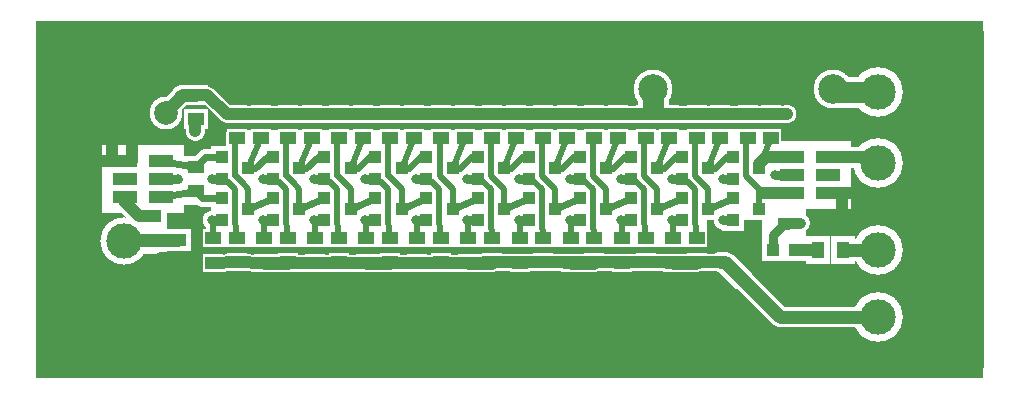
<source format=gbr>
%FSLAX34Y34*%
%MOMM*%
%LNCOPPER_TOP*%
G71*
G01*
%ADD10R,1.900X1.900*%
%ADD11R,1.800X1.500*%
%ADD12C,1.300*%
%ADD13C,1.600*%
%ADD14C,1.400*%
%ADD15C,0.900*%
%ADD16C,1.500*%
%ADD17C,1.600*%
%ADD18R,2.200X1.900*%
%ADD19R,3.900X2.800*%
%ADD20C,4.000*%
%ADD21R,2.400X2.100*%
%ADD22C,2.300*%
%ADD23C,1.900*%
%ADD24C,1.800*%
%ADD25C,4.200*%
%ADD26C,2.800*%
%ADD27C,1.700*%
%ADD28C,3.300*%
%ADD29C,2.600*%
%ADD30R,2.100X2.400*%
%ADD31C,0.500*%
%ADD32R,2.000X1.700*%
%ADD33R,1.100X1.100*%
%ADD34R,1.400X1.100*%
%ADD35C,0.800*%
%ADD36C,0.600*%
%ADD37C,1.000*%
%ADD38C,1.100*%
%ADD39C,0.800*%
%ADD40C,0.600*%
%ADD41R,2.100X1.000*%
%ADD42C,3.000*%
%ADD43C,2.000*%
%ADD44C,2.500*%
%ADD45R,1.100X1.400*%
%ADD46C,2.000*%
%LPD*%
G36*
X0Y0D02*
X802000Y0D01*
X802000Y-302000D01*
X0Y-302000D01*
X0Y0D01*
G37*
%LPC*%
X157541Y-115008D02*
G54D10*
D03*
X157541Y-134008D02*
G54D10*
D03*
X179741Y-124508D02*
G54D10*
D03*
X157541Y-149508D02*
G54D10*
D03*
X157541Y-168508D02*
G54D10*
D03*
X179741Y-159008D02*
G54D10*
D03*
X190197Y-78803D02*
G54D11*
D03*
X190197Y-99403D02*
G54D11*
D03*
X169997Y-78803D02*
G54D11*
D03*
X169997Y-99403D02*
G54D11*
D03*
X169997Y-183803D02*
G54D11*
D03*
X169997Y-204403D02*
G54D11*
D03*
X149797Y-183903D02*
G54D11*
D03*
X149797Y-204503D02*
G54D11*
D03*
X200741Y-115009D02*
G54D10*
D03*
X200741Y-134009D02*
G54D10*
D03*
X222941Y-124509D02*
G54D10*
D03*
X200741Y-149508D02*
G54D10*
D03*
X200741Y-168508D02*
G54D10*
D03*
X222941Y-159008D02*
G54D10*
D03*
G54D12*
X157541Y-149508D02*
X146992Y-149508D01*
X157541Y-149508D01*
G54D13*
X149041Y-134008D02*
X157541Y-134008D01*
G54D13*
X149041Y-168508D02*
X157541Y-168508D01*
G54D14*
X200741Y-149508D02*
X179741Y-159008D01*
X200741Y-149508D01*
G54D14*
X179741Y-124508D02*
X185692Y-124508D01*
X195191Y-115009D01*
X200741Y-115009D01*
G54D15*
X168541Y-157583D02*
X168541Y-142541D01*
X161500Y-135500D01*
X157541Y-134008D01*
G54D12*
X168541Y-157583D02*
X168541Y-169541D01*
X169997Y-183803D01*
G54D12*
X149797Y-183903D02*
X149796Y-170271D01*
X157541Y-168508D01*
G54D14*
X149797Y-204503D02*
X169997Y-204403D01*
X192997Y-204504D01*
X559197Y-204404D01*
G54D15*
X169000Y-131500D02*
X174000Y-136500D01*
G54D12*
X168650Y-125500D02*
X168644Y-103565D01*
X169997Y-99403D01*
G54D12*
X168650Y-125500D02*
X168650Y-131150D01*
X169000Y-131500D01*
G54D12*
X174000Y-136500D02*
X179741Y-142241D01*
X179741Y-159008D01*
G54D12*
X179741Y-124508D02*
X190197Y-99403D01*
X233397Y-78804D02*
G54D11*
D03*
X233397Y-99404D02*
G54D11*
D03*
X213197Y-78804D02*
G54D11*
D03*
X213197Y-99404D02*
G54D11*
D03*
X213197Y-183804D02*
G54D11*
D03*
X213197Y-204404D02*
G54D11*
D03*
X192997Y-183904D02*
G54D11*
D03*
X192997Y-204504D02*
G54D11*
D03*
G54D15*
X211742Y-157584D02*
X211742Y-142542D01*
X204700Y-135501D01*
X200741Y-134009D01*
G54D12*
X211742Y-157584D02*
X211742Y-169542D01*
X213197Y-183804D01*
G54D16*
X192997Y-204504D02*
X213097Y-204504D01*
X213197Y-204404D01*
G54D15*
X212200Y-131501D02*
X217200Y-136501D01*
G54D12*
X211850Y-125501D02*
X211844Y-103566D01*
X213197Y-99404D01*
G54D12*
X211850Y-125501D02*
X211850Y-131151D01*
X212200Y-131501D01*
G54D12*
X217200Y-136501D02*
X222941Y-142242D01*
X222941Y-159009D01*
G54D12*
X222941Y-124509D02*
X233397Y-99404D01*
X149041Y-134008D02*
G54D17*
D03*
X149041Y-168508D02*
G54D17*
D03*
G54D13*
X192241Y-134009D02*
X200741Y-134009D01*
G54D12*
X192997Y-183904D02*
X192996Y-170272D01*
X200741Y-168509D01*
X192241Y-134009D02*
G54D17*
D03*
X192241Y-168509D02*
G54D17*
D03*
G54D14*
X169997Y-78803D02*
X636041Y-79008D01*
X244041Y-115008D02*
G54D10*
D03*
X244041Y-134008D02*
G54D10*
D03*
X266241Y-124508D02*
G54D10*
D03*
X244041Y-149508D02*
G54D10*
D03*
X244041Y-168508D02*
G54D10*
D03*
X266241Y-159008D02*
G54D10*
D03*
X276697Y-78803D02*
G54D11*
D03*
X276697Y-99403D02*
G54D11*
D03*
X256497Y-78803D02*
G54D11*
D03*
X256497Y-99403D02*
G54D11*
D03*
X256497Y-183803D02*
G54D11*
D03*
X256497Y-204403D02*
G54D11*
D03*
X236297Y-183903D02*
G54D11*
D03*
X236297Y-204503D02*
G54D11*
D03*
X287241Y-115009D02*
G54D10*
D03*
X287241Y-134009D02*
G54D10*
D03*
X309441Y-124509D02*
G54D10*
D03*
X287241Y-149508D02*
G54D10*
D03*
X287241Y-168508D02*
G54D10*
D03*
X309441Y-159008D02*
G54D10*
D03*
G54D14*
X244041Y-149508D02*
X222941Y-159008D01*
X244041Y-149508D01*
G54D13*
X235541Y-134008D02*
X244041Y-134008D01*
G54D13*
X235541Y-168508D02*
X244041Y-168508D01*
G54D14*
X287241Y-149508D02*
X266241Y-159008D01*
X287241Y-149508D01*
G54D14*
X266241Y-124508D02*
X272192Y-124508D01*
X281691Y-115009D01*
X287241Y-115009D01*
G54D15*
X255041Y-157583D02*
X255041Y-142541D01*
X248000Y-135500D01*
X244041Y-134008D01*
G54D12*
X255041Y-157583D02*
X255041Y-169541D01*
X256497Y-183803D01*
G54D12*
X236297Y-183903D02*
X236296Y-170271D01*
X244041Y-168508D01*
G54D15*
X255500Y-131500D02*
X260500Y-136500D01*
G54D12*
X255150Y-125500D02*
X255144Y-103565D01*
X256497Y-99403D01*
G54D12*
X255150Y-125500D02*
X255150Y-131150D01*
X255500Y-131500D01*
G54D12*
X260500Y-136500D02*
X266241Y-142241D01*
X266241Y-159008D01*
G54D12*
X266241Y-124508D02*
X276697Y-99403D01*
X319897Y-78804D02*
G54D11*
D03*
X319897Y-99404D02*
G54D11*
D03*
X299697Y-78804D02*
G54D11*
D03*
X299697Y-99404D02*
G54D11*
D03*
X299697Y-183804D02*
G54D11*
D03*
X299697Y-204404D02*
G54D11*
D03*
X279497Y-183904D02*
G54D11*
D03*
X279497Y-204504D02*
G54D11*
D03*
G54D15*
X298242Y-157584D02*
X298242Y-142542D01*
X291200Y-135501D01*
X287241Y-134009D01*
G54D12*
X298242Y-157584D02*
X298242Y-169542D01*
X299697Y-183804D01*
G54D16*
X279497Y-204504D02*
X299597Y-204504D01*
X299697Y-204404D01*
G54D15*
X298700Y-131501D02*
X303700Y-136501D01*
G54D12*
X298350Y-125501D02*
X298344Y-103566D01*
X299697Y-99404D01*
G54D12*
X298350Y-125501D02*
X298350Y-131151D01*
X298700Y-131501D01*
G54D12*
X303700Y-136501D02*
X309441Y-142242D01*
X309441Y-159009D01*
G54D12*
X309441Y-124509D02*
X319897Y-99404D01*
X235541Y-134008D02*
G54D17*
D03*
X235541Y-168508D02*
G54D17*
D03*
G54D13*
X278741Y-134009D02*
X287241Y-134009D01*
G54D12*
X279497Y-183904D02*
X279496Y-170272D01*
X287241Y-168509D01*
X278741Y-134009D02*
G54D17*
D03*
X278741Y-168509D02*
G54D17*
D03*
G54D14*
X222941Y-124509D02*
X228892Y-124509D01*
X238391Y-115010D01*
X243941Y-115010D01*
X330541Y-115008D02*
G54D10*
D03*
X330541Y-134008D02*
G54D10*
D03*
X352741Y-124508D02*
G54D10*
D03*
X330541Y-149508D02*
G54D10*
D03*
X330541Y-168508D02*
G54D10*
D03*
X352741Y-159008D02*
G54D10*
D03*
X363197Y-78803D02*
G54D11*
D03*
X363197Y-99403D02*
G54D11*
D03*
X342997Y-78803D02*
G54D11*
D03*
X342997Y-99403D02*
G54D11*
D03*
X342997Y-183803D02*
G54D11*
D03*
X342997Y-204403D02*
G54D11*
D03*
X322797Y-183903D02*
G54D11*
D03*
X322797Y-204503D02*
G54D11*
D03*
X373741Y-115009D02*
G54D10*
D03*
X373741Y-134009D02*
G54D10*
D03*
X395941Y-124509D02*
G54D10*
D03*
X373741Y-149508D02*
G54D10*
D03*
X373741Y-168508D02*
G54D10*
D03*
X395941Y-159008D02*
G54D10*
D03*
G54D14*
X330541Y-149508D02*
X309441Y-159008D01*
X330541Y-149508D01*
G54D13*
X322041Y-134008D02*
X330541Y-134008D01*
G54D13*
X322041Y-168508D02*
X330541Y-168508D01*
G54D14*
X373741Y-149508D02*
X352741Y-159008D01*
X373741Y-149508D01*
G54D14*
X352741Y-124508D02*
X358692Y-124508D01*
X368191Y-115009D01*
X373741Y-115009D01*
G54D15*
X341541Y-157583D02*
X341541Y-142541D01*
X334500Y-135500D01*
X330541Y-134008D01*
G54D12*
X341541Y-157583D02*
X341541Y-169541D01*
X342997Y-183803D01*
G54D12*
X322797Y-183903D02*
X322796Y-170271D01*
X330541Y-168508D01*
G54D15*
X342000Y-131500D02*
X347000Y-136500D01*
G54D12*
X341650Y-125500D02*
X341644Y-103565D01*
X342997Y-99403D01*
G54D12*
X341650Y-125500D02*
X341650Y-131150D01*
X342000Y-131500D01*
G54D12*
X347000Y-136500D02*
X352741Y-142241D01*
X352741Y-159008D01*
G54D12*
X352741Y-124508D02*
X363197Y-99403D01*
X406397Y-78804D02*
G54D11*
D03*
X406397Y-99404D02*
G54D11*
D03*
X386197Y-78804D02*
G54D11*
D03*
X386197Y-99404D02*
G54D11*
D03*
X386197Y-183804D02*
G54D11*
D03*
X386197Y-204404D02*
G54D11*
D03*
X365997Y-183904D02*
G54D11*
D03*
X365997Y-204504D02*
G54D11*
D03*
G54D15*
X384742Y-157584D02*
X384742Y-142542D01*
X377700Y-135501D01*
X373741Y-134009D01*
G54D12*
X384742Y-157584D02*
X384742Y-169542D01*
X386197Y-183804D01*
G54D16*
X365997Y-204504D02*
X386097Y-204504D01*
X386197Y-204404D01*
G54D15*
X385200Y-131501D02*
X390200Y-136501D01*
G54D12*
X384850Y-125501D02*
X384844Y-103566D01*
X386197Y-99404D01*
G54D12*
X384850Y-125501D02*
X384850Y-131151D01*
X385200Y-131501D01*
G54D12*
X390200Y-136501D02*
X395941Y-142242D01*
X395941Y-159009D01*
G54D12*
X395941Y-124509D02*
X406397Y-99404D01*
X322041Y-134008D02*
G54D17*
D03*
X322041Y-168508D02*
G54D17*
D03*
G54D13*
X365241Y-134009D02*
X373741Y-134009D01*
G54D12*
X365997Y-183904D02*
X365996Y-170272D01*
X373741Y-168509D01*
X365241Y-134009D02*
G54D17*
D03*
X365241Y-168509D02*
G54D17*
D03*
X417041Y-115008D02*
G54D10*
D03*
X417041Y-134008D02*
G54D10*
D03*
X439241Y-124508D02*
G54D10*
D03*
X417041Y-149508D02*
G54D10*
D03*
X417041Y-168508D02*
G54D10*
D03*
X439241Y-159008D02*
G54D10*
D03*
X449697Y-78803D02*
G54D11*
D03*
X449697Y-99403D02*
G54D11*
D03*
X429497Y-78803D02*
G54D11*
D03*
X429497Y-99403D02*
G54D11*
D03*
X429497Y-183803D02*
G54D11*
D03*
X429497Y-204403D02*
G54D11*
D03*
X409297Y-183903D02*
G54D11*
D03*
X409297Y-204503D02*
G54D11*
D03*
X460241Y-115009D02*
G54D10*
D03*
X460241Y-134009D02*
G54D10*
D03*
X482441Y-124509D02*
G54D10*
D03*
X460241Y-149508D02*
G54D10*
D03*
X460241Y-168508D02*
G54D10*
D03*
X482441Y-159008D02*
G54D10*
D03*
G54D14*
X417041Y-149508D02*
X395941Y-159008D01*
X417041Y-149508D01*
G54D13*
X408541Y-134008D02*
X417041Y-134008D01*
G54D13*
X408541Y-168508D02*
X417041Y-168508D01*
G54D14*
X460241Y-149508D02*
X439241Y-159008D01*
X460241Y-149508D01*
G54D14*
X439241Y-124508D02*
X445192Y-124508D01*
X454691Y-115009D01*
X460241Y-115009D01*
G54D15*
X428041Y-157583D02*
X428041Y-142541D01*
X421000Y-135500D01*
X417041Y-134008D01*
G54D12*
X428041Y-157583D02*
X428041Y-169541D01*
X429497Y-183803D01*
G54D12*
X409297Y-183903D02*
X409296Y-170271D01*
X417041Y-168508D01*
G54D15*
X428500Y-131500D02*
X433500Y-136500D01*
G54D12*
X428150Y-125500D02*
X428144Y-103565D01*
X429497Y-99403D01*
G54D12*
X428150Y-125500D02*
X428150Y-131150D01*
X428500Y-131500D01*
G54D12*
X433500Y-136500D02*
X439241Y-142241D01*
X439241Y-159008D01*
G54D12*
X439241Y-124508D02*
X449697Y-99403D01*
X492897Y-78804D02*
G54D11*
D03*
X492897Y-99404D02*
G54D11*
D03*
X472697Y-78804D02*
G54D11*
D03*
X472697Y-99404D02*
G54D11*
D03*
X472697Y-183804D02*
G54D11*
D03*
X472697Y-204404D02*
G54D11*
D03*
X452497Y-183904D02*
G54D11*
D03*
X452497Y-204504D02*
G54D11*
D03*
G54D15*
X471242Y-157584D02*
X471242Y-142542D01*
X464200Y-135501D01*
X460241Y-134009D01*
G54D12*
X471242Y-157584D02*
X471242Y-169542D01*
X472697Y-183804D01*
G54D16*
X452497Y-204504D02*
X472597Y-204504D01*
X472697Y-204404D01*
G54D15*
X471700Y-131501D02*
X476700Y-136501D01*
G54D12*
X471350Y-125501D02*
X471344Y-103566D01*
X472697Y-99404D01*
G54D12*
X471350Y-125501D02*
X471350Y-131151D01*
X471700Y-131501D01*
G54D12*
X476700Y-136501D02*
X482441Y-142242D01*
X482441Y-159009D01*
G54D12*
X482441Y-124509D02*
X492897Y-99404D01*
X408541Y-134008D02*
G54D17*
D03*
X408541Y-168508D02*
G54D17*
D03*
G54D13*
X451741Y-134009D02*
X460241Y-134009D01*
G54D12*
X452497Y-183904D02*
X452496Y-170272D01*
X460241Y-168509D01*
X451741Y-134009D02*
G54D17*
D03*
X451741Y-168509D02*
G54D17*
D03*
G54D14*
X395941Y-124509D02*
X401892Y-124509D01*
X411391Y-115010D01*
X416941Y-115010D01*
G54D14*
X309441Y-124509D02*
X315392Y-124509D01*
X324891Y-115010D01*
X330441Y-115010D01*
X503541Y-115009D02*
G54D10*
D03*
X503541Y-134009D02*
G54D10*
D03*
X525741Y-124509D02*
G54D10*
D03*
X503541Y-149509D02*
G54D10*
D03*
X503541Y-168509D02*
G54D10*
D03*
X525741Y-159009D02*
G54D10*
D03*
X536197Y-78804D02*
G54D11*
D03*
X536197Y-99404D02*
G54D11*
D03*
X515997Y-78804D02*
G54D11*
D03*
X515997Y-99404D02*
G54D11*
D03*
X515997Y-183804D02*
G54D11*
D03*
X515997Y-204404D02*
G54D11*
D03*
X495797Y-183904D02*
G54D11*
D03*
X495797Y-204504D02*
G54D11*
D03*
X546741Y-115010D02*
G54D10*
D03*
X546741Y-134010D02*
G54D10*
D03*
X568942Y-124510D02*
G54D10*
D03*
X546741Y-149509D02*
G54D10*
D03*
X546741Y-168509D02*
G54D10*
D03*
X568941Y-159009D02*
G54D10*
D03*
G54D14*
X503541Y-149509D02*
X482441Y-159008D01*
X503541Y-149509D01*
G54D13*
X495041Y-134009D02*
X503541Y-134009D01*
G54D13*
X495041Y-168509D02*
X503541Y-168509D01*
G54D14*
X546741Y-149509D02*
X525741Y-159009D01*
X546741Y-149509D01*
G54D14*
X525741Y-124509D02*
X531692Y-124509D01*
X541191Y-115010D01*
X546741Y-115010D01*
G54D15*
X514542Y-157584D02*
X514542Y-142542D01*
X507500Y-135501D01*
X503541Y-134009D01*
G54D12*
X514542Y-157584D02*
X514542Y-169542D01*
X515997Y-183804D01*
G54D12*
X495797Y-183904D02*
X495796Y-170271D01*
X503541Y-168509D01*
G54D15*
X515000Y-131501D02*
X520000Y-136501D01*
G54D12*
X514650Y-125501D02*
X514644Y-103566D01*
X515997Y-99404D01*
G54D12*
X514650Y-125501D02*
X514650Y-131151D01*
X515000Y-131501D01*
G54D12*
X520000Y-136501D02*
X525741Y-142242D01*
X525741Y-159009D01*
G54D12*
X525741Y-124509D02*
X536197Y-99404D01*
X579397Y-78804D02*
G54D11*
D03*
X579397Y-99404D02*
G54D11*
D03*
X559197Y-78804D02*
G54D11*
D03*
X559197Y-99404D02*
G54D11*
D03*
X559197Y-183804D02*
G54D11*
D03*
X559197Y-204404D02*
G54D11*
D03*
X538997Y-183904D02*
G54D11*
D03*
X538997Y-204504D02*
G54D11*
D03*
G54D15*
X557742Y-157584D02*
X557742Y-142543D01*
X550700Y-135501D01*
X546742Y-134010D01*
G54D12*
X557742Y-157584D02*
X557742Y-169543D01*
X559197Y-183804D01*
G54D16*
X538997Y-204504D02*
X559097Y-204504D01*
X559197Y-204404D01*
G54D15*
X558200Y-131501D02*
X563200Y-136501D01*
G54D12*
X557850Y-125501D02*
X557844Y-103567D01*
X559197Y-99404D01*
G54D12*
X557850Y-125501D02*
X557850Y-131151D01*
X558200Y-131501D01*
G54D12*
X563200Y-136501D02*
X568942Y-142242D01*
X568942Y-159010D01*
G54D12*
X568942Y-124510D02*
X579397Y-99404D01*
X495041Y-134009D02*
G54D17*
D03*
X495041Y-168509D02*
G54D17*
D03*
G54D13*
X538242Y-134010D02*
X546742Y-134010D01*
G54D12*
X538997Y-183904D02*
X538996Y-170272D01*
X546742Y-168510D01*
X538242Y-134010D02*
G54D17*
D03*
X538242Y-168510D02*
G54D17*
D03*
G54D14*
X590041Y-149509D02*
X568941Y-159009D01*
X590041Y-149509D01*
G54D14*
X568942Y-124510D02*
X574892Y-124510D01*
X584391Y-115010D01*
X589942Y-115010D01*
G54D14*
X482441Y-124509D02*
X488392Y-124509D01*
X497891Y-115010D01*
X503441Y-115010D01*
X135000Y-123338D02*
G54D18*
D03*
X135000Y-143938D02*
G54D18*
D03*
G54D14*
X135000Y-123338D02*
X143330Y-115008D01*
X157541Y-115008D01*
G54D14*
X135000Y-143938D02*
X140571Y-149508D01*
X146992Y-149508D01*
G54D14*
X146992Y-149508D02*
X157541Y-149508D01*
X75456Y-118517D02*
G54D19*
D03*
X105956Y-118517D02*
G54D19*
D03*
X75456Y-133717D02*
G54D19*
D03*
X105956Y-133717D02*
G54D19*
D03*
X75456Y-148917D02*
G54D19*
D03*
X105956Y-148917D02*
G54D19*
D03*
X120541Y-133508D02*
G54D17*
D03*
G54D13*
X105956Y-133717D02*
X106165Y-133508D01*
X120541Y-133508D01*
G54D14*
X105956Y-118517D02*
X135000Y-123338D01*
G54D14*
X105956Y-148917D02*
X135000Y-143938D01*
X134881Y-93270D02*
G54D17*
D03*
G54D13*
X135180Y-83178D02*
X134881Y-93270D01*
G54D14*
X135180Y-62578D02*
X144900Y-62658D01*
X161747Y-78803D01*
X169997Y-78803D01*
X74500Y-186000D02*
G54D20*
D03*
X119747Y-185785D02*
G54D18*
D03*
X99247Y-185785D02*
G54D21*
D03*
X99247Y-165185D02*
G54D21*
D03*
G54D22*
X99247Y-185785D02*
X74715Y-185785D01*
X74500Y-186000D01*
G54D23*
X119747Y-185785D02*
X99247Y-185785D01*
G54D24*
X99247Y-165185D02*
X87185Y-165185D01*
X74500Y-152500D01*
X74500Y-149874D01*
X75456Y-148917D01*
G54D14*
X578697Y-204404D02*
X559197Y-204404D01*
X712500Y-60500D02*
G54D25*
D03*
X712500Y-193500D02*
G54D25*
D03*
X712500Y-251000D02*
G54D25*
D03*
X712500Y-120500D02*
G54D25*
D03*
X109900Y-77500D02*
G54D26*
D03*
G54D27*
X135180Y-62578D02*
X123809Y-62734D01*
X111169Y-76231D01*
X109900Y-77500D01*
X639956Y-115517D02*
G54D19*
D03*
X670456Y-115517D02*
G54D19*
D03*
X639956Y-130717D02*
G54D19*
D03*
X670456Y-130717D02*
G54D19*
D03*
X639956Y-145917D02*
G54D19*
D03*
X670456Y-145917D02*
G54D19*
D03*
X589942Y-115010D02*
G54D10*
D03*
X589942Y-134010D02*
G54D10*
D03*
X612142Y-124510D02*
G54D10*
D03*
X589941Y-149510D02*
G54D10*
D03*
X589942Y-168510D02*
G54D10*
D03*
X612142Y-159010D02*
G54D10*
D03*
G54D14*
X589941Y-149510D02*
X568941Y-159010D01*
X589941Y-149510D01*
G54D14*
X568941Y-124510D02*
X574892Y-124510D01*
X584391Y-115010D01*
X589942Y-115010D01*
X622597Y-78805D02*
G54D11*
D03*
X622597Y-99405D02*
G54D11*
D03*
X602397Y-78805D02*
G54D11*
D03*
X602397Y-99405D02*
G54D11*
D03*
G54D15*
X601400Y-131502D02*
X606400Y-136502D01*
G54D12*
X601050Y-125502D02*
X601044Y-103567D01*
X602397Y-99405D01*
G54D12*
X601050Y-125502D02*
X601050Y-131152D01*
X601400Y-131502D01*
G54D12*
X606400Y-136502D02*
X612142Y-142243D01*
X612142Y-159010D01*
G54D12*
X612142Y-124510D02*
X622597Y-99405D01*
G54D13*
X581442Y-134010D02*
X589942Y-134010D01*
X581442Y-134010D02*
G54D17*
D03*
X581442Y-168510D02*
G54D17*
D03*
G54D13*
X581442Y-168510D02*
X589000Y-168500D01*
G54D13*
X538242Y-168510D02*
X546741Y-168509D01*
G54D13*
X451741Y-168509D02*
X460241Y-168508D01*
G54D13*
X365241Y-168509D02*
X373741Y-168508D01*
G54D13*
X278741Y-168509D02*
X287241Y-168508D01*
G54D13*
X192241Y-168509D02*
X200741Y-168508D01*
X625580Y-130717D02*
G54D17*
D03*
G54D13*
X640165Y-130508D02*
X639956Y-130717D01*
X625580Y-130717D01*
G54D24*
X639956Y-115517D02*
X618135Y-115517D01*
X612142Y-121510D01*
G54D24*
X614610Y-145855D02*
X622234Y-145917D01*
X639956Y-145917D01*
X636041Y-79008D02*
G54D17*
D03*
X674400Y-58000D02*
G54D28*
D03*
X522000Y-58000D02*
G54D28*
D03*
G54D29*
X522000Y-60000D02*
X522000Y-73000D01*
X623948Y-193668D02*
G54D10*
D03*
X642948Y-193668D02*
G54D10*
D03*
X633448Y-171468D02*
G54D10*
D03*
X682799Y-193675D02*
G54D30*
D03*
X662199Y-193675D02*
G54D30*
D03*
X647080Y-171217D02*
G54D17*
D03*
G54D27*
X647080Y-171217D02*
X633699Y-171217D01*
X633448Y-171468D01*
X652580Y-193717D02*
G54D17*
D03*
G54D24*
X642948Y-193668D02*
X662199Y-193675D01*
G54D13*
X623948Y-193668D02*
X623948Y-180968D01*
X633448Y-171468D01*
G54D29*
X674400Y-60000D02*
X712000Y-60000D01*
X712500Y-60500D01*
G54D24*
X670456Y-115517D02*
X707517Y-115517D01*
X712500Y-120500D01*
G54D23*
X682799Y-193675D02*
X712325Y-193675D01*
X712500Y-193500D01*
G54D27*
X578697Y-204404D02*
X583404Y-204404D01*
X630000Y-251000D01*
X712500Y-251000D01*
G36*
X605875Y-213419D02*
X592440Y-226854D01*
X576883Y-211299D01*
X590318Y-197863D01*
X605875Y-213419D01*
G37*
G36*
X565691Y-188794D02*
X163666Y-188794D01*
X163666Y-94435D01*
X565691Y-94435D01*
X565691Y-188794D01*
G37*
G54D31*
X565691Y-188794D02*
X163666Y-188794D01*
X163666Y-94435D01*
X565691Y-94435D01*
X565691Y-188794D01*
G36*
X154000Y-177000D02*
X167387Y-177000D01*
X167387Y-188825D01*
X154000Y-188825D01*
X154000Y-177000D01*
G37*
G54D31*
X154000Y-177000D02*
X167387Y-177000D01*
X167387Y-188825D01*
X154000Y-188825D01*
X154000Y-177000D01*
G36*
X162000Y-153000D02*
X112000Y-153000D01*
X112000Y-119000D01*
X162000Y-119000D01*
X162000Y-153000D01*
G37*
G54D31*
X162000Y-153000D02*
X112000Y-153000D01*
X112000Y-119000D01*
X162000Y-119000D01*
X162000Y-153000D01*
G36*
X555036Y-94407D02*
X619018Y-94407D01*
X619018Y-166044D01*
X555036Y-166044D01*
X555036Y-94407D01*
G37*
G54D31*
X555036Y-94407D02*
X619018Y-94407D01*
X619018Y-166044D01*
X555036Y-166044D01*
X555036Y-94407D01*
G36*
X649500Y-187500D02*
X616943Y-187500D01*
X616943Y-158022D01*
X649500Y-158022D01*
X649500Y-187500D01*
G37*
G54D31*
X649500Y-187500D02*
X616943Y-187500D01*
X616943Y-158022D01*
X649500Y-158022D01*
X649500Y-187500D01*
X135180Y-62578D02*
G54D32*
D03*
X135180Y-83178D02*
G54D32*
D03*
%LPD*%
X157541Y-115008D02*
G54D33*
D03*
X157541Y-134008D02*
G54D33*
D03*
X179741Y-124508D02*
G54D33*
D03*
X157541Y-149508D02*
G54D33*
D03*
X157541Y-168508D02*
G54D33*
D03*
X179741Y-159008D02*
G54D33*
D03*
X190197Y-78803D02*
G54D34*
D03*
X190197Y-99403D02*
G54D34*
D03*
X169997Y-78803D02*
G54D34*
D03*
X169997Y-99403D02*
G54D34*
D03*
X169997Y-183803D02*
G54D34*
D03*
X169997Y-204403D02*
G54D34*
D03*
X149797Y-183903D02*
G54D34*
D03*
X149797Y-204503D02*
G54D34*
D03*
X200741Y-115009D02*
G54D33*
D03*
X200741Y-134009D02*
G54D33*
D03*
X222941Y-124509D02*
G54D33*
D03*
X200741Y-149508D02*
G54D33*
D03*
X200741Y-168508D02*
G54D33*
D03*
X222941Y-159008D02*
G54D33*
D03*
G54D31*
X157541Y-149508D02*
X146992Y-149508D01*
X157541Y-149508D01*
G54D35*
X149041Y-134008D02*
X157541Y-134008D01*
G54D35*
X149041Y-168508D02*
X157541Y-168508D01*
G54D36*
X200741Y-149508D02*
X179741Y-159008D01*
X200741Y-149508D01*
G54D36*
X179741Y-124508D02*
X185692Y-124508D01*
X195191Y-115009D01*
X200741Y-115009D01*
G54D31*
X168541Y-157583D02*
X168541Y-142541D01*
X161500Y-135500D01*
X157541Y-134008D01*
G54D31*
X168541Y-157583D02*
X168541Y-169541D01*
X169997Y-183803D01*
G54D31*
X149797Y-183903D02*
X149796Y-170271D01*
X157541Y-168508D01*
G54D37*
X149797Y-204503D02*
X169997Y-204403D01*
X192997Y-204504D01*
X559197Y-204404D01*
G54D31*
X169000Y-131500D02*
X174000Y-136500D01*
G54D31*
X168650Y-125500D02*
X168644Y-103565D01*
X169997Y-99403D01*
G54D31*
X168650Y-125500D02*
X168650Y-131150D01*
X169000Y-131500D01*
G54D31*
X174000Y-136500D02*
X179741Y-142241D01*
X179741Y-159008D01*
G54D31*
X179741Y-124508D02*
X190197Y-99403D01*
X233397Y-78804D02*
G54D34*
D03*
X233397Y-99404D02*
G54D34*
D03*
X213197Y-78804D02*
G54D34*
D03*
X213197Y-99404D02*
G54D34*
D03*
X213197Y-183804D02*
G54D34*
D03*
X213197Y-204404D02*
G54D34*
D03*
X192997Y-183904D02*
G54D34*
D03*
X192997Y-204504D02*
G54D34*
D03*
G54D31*
X211742Y-157584D02*
X211742Y-142542D01*
X204700Y-135501D01*
X200741Y-134009D01*
G54D31*
X211742Y-157584D02*
X211742Y-169542D01*
X213197Y-183804D01*
G54D38*
X192997Y-204504D02*
X213097Y-204504D01*
X213197Y-204404D01*
G54D31*
X212200Y-131501D02*
X217200Y-136501D01*
G54D31*
X211850Y-125501D02*
X211844Y-103566D01*
X213197Y-99404D01*
G54D31*
X211850Y-125501D02*
X211850Y-131151D01*
X212200Y-131501D01*
G54D31*
X217200Y-136501D02*
X222941Y-142242D01*
X222941Y-159009D01*
G54D31*
X222941Y-124509D02*
X233397Y-99404D01*
X149041Y-134008D02*
G54D39*
D03*
X149041Y-168508D02*
G54D39*
D03*
G54D35*
X192241Y-134009D02*
X200741Y-134009D01*
G54D31*
X192997Y-183904D02*
X192996Y-170272D01*
X200741Y-168509D01*
X192241Y-134009D02*
G54D39*
D03*
X192241Y-168509D02*
G54D39*
D03*
G54D37*
X169997Y-78803D02*
X636041Y-79008D01*
X201600Y-89150D02*
G54D40*
D03*
X244041Y-115008D02*
G54D33*
D03*
X244041Y-134008D02*
G54D33*
D03*
X266241Y-124508D02*
G54D33*
D03*
X244041Y-149508D02*
G54D33*
D03*
X244041Y-168508D02*
G54D33*
D03*
X266241Y-159008D02*
G54D33*
D03*
X276697Y-78803D02*
G54D34*
D03*
X276697Y-99403D02*
G54D34*
D03*
X256497Y-78803D02*
G54D34*
D03*
X256497Y-99403D02*
G54D34*
D03*
X256497Y-183803D02*
G54D34*
D03*
X256497Y-204403D02*
G54D34*
D03*
X236297Y-183903D02*
G54D34*
D03*
X236297Y-204503D02*
G54D34*
D03*
X287241Y-115009D02*
G54D33*
D03*
X287241Y-134009D02*
G54D33*
D03*
X309441Y-124509D02*
G54D33*
D03*
X287241Y-149508D02*
G54D33*
D03*
X287241Y-168508D02*
G54D33*
D03*
X309441Y-159008D02*
G54D33*
D03*
G54D36*
X244041Y-149508D02*
X222941Y-159008D01*
X244041Y-149508D01*
G54D35*
X235541Y-134008D02*
X244041Y-134008D01*
G54D35*
X235541Y-168508D02*
X244041Y-168508D01*
G54D36*
X287241Y-149508D02*
X266241Y-159008D01*
X287241Y-149508D01*
G54D36*
X266241Y-124508D02*
X272192Y-124508D01*
X281691Y-115009D01*
X287241Y-115009D01*
G54D31*
X255041Y-157583D02*
X255041Y-142541D01*
X248000Y-135500D01*
X244041Y-134008D01*
G54D31*
X255041Y-157583D02*
X255041Y-169541D01*
X256497Y-183803D01*
G54D31*
X236297Y-183903D02*
X236296Y-170271D01*
X244041Y-168508D01*
G54D31*
X255500Y-131500D02*
X260500Y-136500D01*
G54D31*
X255150Y-125500D02*
X255144Y-103565D01*
X256497Y-99403D01*
G54D31*
X255150Y-125500D02*
X255150Y-131150D01*
X255500Y-131500D01*
G54D31*
X260500Y-136500D02*
X266241Y-142241D01*
X266241Y-159008D01*
G54D31*
X266241Y-124508D02*
X276697Y-99403D01*
X319897Y-78804D02*
G54D34*
D03*
X319897Y-99404D02*
G54D34*
D03*
X299697Y-78804D02*
G54D34*
D03*
X299697Y-99404D02*
G54D34*
D03*
X299697Y-183804D02*
G54D34*
D03*
X299697Y-204404D02*
G54D34*
D03*
X279497Y-183904D02*
G54D34*
D03*
X279497Y-204504D02*
G54D34*
D03*
G54D31*
X298242Y-157584D02*
X298242Y-142542D01*
X291200Y-135501D01*
X287241Y-134009D01*
G54D31*
X298242Y-157584D02*
X298242Y-169542D01*
X299697Y-183804D01*
G54D38*
X279497Y-204504D02*
X299597Y-204504D01*
X299697Y-204404D01*
G54D31*
X298700Y-131501D02*
X303700Y-136501D01*
G54D31*
X298350Y-125501D02*
X298344Y-103566D01*
X299697Y-99404D01*
G54D31*
X298350Y-125501D02*
X298350Y-131151D01*
X298700Y-131501D01*
G54D31*
X303700Y-136501D02*
X309441Y-142242D01*
X309441Y-159009D01*
G54D31*
X309441Y-124509D02*
X319897Y-99404D01*
X235541Y-134008D02*
G54D39*
D03*
X235541Y-168508D02*
G54D39*
D03*
G54D35*
X278741Y-134009D02*
X287241Y-134009D01*
G54D31*
X279497Y-183904D02*
X279496Y-170272D01*
X287241Y-168509D01*
X278741Y-134009D02*
G54D39*
D03*
X278741Y-168509D02*
G54D39*
D03*
X288200Y-89150D02*
G54D40*
D03*
G54D36*
X222941Y-124509D02*
X228892Y-124509D01*
X238391Y-115010D01*
X243941Y-115010D01*
X330541Y-115008D02*
G54D33*
D03*
X330541Y-134008D02*
G54D33*
D03*
X352741Y-124508D02*
G54D33*
D03*
X330541Y-149508D02*
G54D33*
D03*
X330541Y-168508D02*
G54D33*
D03*
X352741Y-159008D02*
G54D33*
D03*
X363197Y-78803D02*
G54D34*
D03*
X363197Y-99403D02*
G54D34*
D03*
X342997Y-78803D02*
G54D34*
D03*
X342997Y-99403D02*
G54D34*
D03*
X342997Y-183803D02*
G54D34*
D03*
X342997Y-204403D02*
G54D34*
D03*
X322797Y-183903D02*
G54D34*
D03*
X322797Y-204503D02*
G54D34*
D03*
X373741Y-115009D02*
G54D33*
D03*
X373741Y-134009D02*
G54D33*
D03*
X395941Y-124509D02*
G54D33*
D03*
X373741Y-149508D02*
G54D33*
D03*
X373741Y-168508D02*
G54D33*
D03*
X395941Y-159008D02*
G54D33*
D03*
G54D36*
X330541Y-149508D02*
X309441Y-159008D01*
X330541Y-149508D01*
G54D35*
X322041Y-134008D02*
X330541Y-134008D01*
G54D35*
X322041Y-168508D02*
X330541Y-168508D01*
G54D36*
X373741Y-149508D02*
X352741Y-159008D01*
X373741Y-149508D01*
G54D36*
X352741Y-124508D02*
X358692Y-124508D01*
X368191Y-115009D01*
X373741Y-115009D01*
G54D31*
X341541Y-157583D02*
X341541Y-142541D01*
X334500Y-135500D01*
X330541Y-134008D01*
G54D31*
X341541Y-157583D02*
X341541Y-169541D01*
X342997Y-183803D01*
G54D31*
X322797Y-183903D02*
X322796Y-170271D01*
X330541Y-168508D01*
G54D31*
X342000Y-131500D02*
X347000Y-136500D01*
G54D31*
X341650Y-125500D02*
X341644Y-103565D01*
X342997Y-99403D01*
G54D31*
X341650Y-125500D02*
X341650Y-131150D01*
X342000Y-131500D01*
G54D31*
X347000Y-136500D02*
X352741Y-142241D01*
X352741Y-159008D01*
G54D31*
X352741Y-124508D02*
X363197Y-99403D01*
X406397Y-78804D02*
G54D34*
D03*
X406397Y-99404D02*
G54D34*
D03*
X386197Y-78804D02*
G54D34*
D03*
X386197Y-99404D02*
G54D34*
D03*
X386197Y-183804D02*
G54D34*
D03*
X386197Y-204404D02*
G54D34*
D03*
X365997Y-183904D02*
G54D34*
D03*
X365997Y-204504D02*
G54D34*
D03*
G54D31*
X384742Y-157584D02*
X384742Y-142542D01*
X377700Y-135501D01*
X373741Y-134009D01*
G54D31*
X384742Y-157584D02*
X384742Y-169542D01*
X386197Y-183804D01*
G54D38*
X365997Y-204504D02*
X386097Y-204504D01*
X386197Y-204404D01*
G54D31*
X385200Y-131501D02*
X390200Y-136501D01*
G54D31*
X384850Y-125501D02*
X384844Y-103566D01*
X386197Y-99404D01*
G54D31*
X384850Y-125501D02*
X384850Y-131151D01*
X385200Y-131501D01*
G54D31*
X390200Y-136501D02*
X395941Y-142242D01*
X395941Y-159009D01*
G54D31*
X395941Y-124509D02*
X406397Y-99404D01*
X322041Y-134008D02*
G54D39*
D03*
X322041Y-168508D02*
G54D39*
D03*
G54D35*
X365241Y-134009D02*
X373741Y-134009D01*
G54D31*
X365997Y-183904D02*
X365996Y-170272D01*
X373741Y-168509D01*
X365241Y-134009D02*
G54D39*
D03*
X365241Y-168509D02*
G54D39*
D03*
X374800Y-89150D02*
G54D40*
D03*
X417041Y-115008D02*
G54D33*
D03*
X417041Y-134008D02*
G54D33*
D03*
X439241Y-124508D02*
G54D33*
D03*
X417041Y-149508D02*
G54D33*
D03*
X417041Y-168508D02*
G54D33*
D03*
X439241Y-159008D02*
G54D33*
D03*
X449697Y-78803D02*
G54D34*
D03*
X449697Y-99403D02*
G54D34*
D03*
X429497Y-78803D02*
G54D34*
D03*
X429497Y-99403D02*
G54D34*
D03*
X429497Y-183803D02*
G54D34*
D03*
X429497Y-204403D02*
G54D34*
D03*
X409297Y-183903D02*
G54D34*
D03*
X409297Y-204503D02*
G54D34*
D03*
X460241Y-115009D02*
G54D33*
D03*
X460241Y-134009D02*
G54D33*
D03*
X482441Y-124509D02*
G54D33*
D03*
X460241Y-149508D02*
G54D33*
D03*
X460241Y-168508D02*
G54D33*
D03*
X482441Y-159008D02*
G54D33*
D03*
G54D36*
X417041Y-149508D02*
X395941Y-159008D01*
X417041Y-149508D01*
G54D35*
X408541Y-134008D02*
X417041Y-134008D01*
G54D35*
X408541Y-168508D02*
X417041Y-168508D01*
G54D36*
X460241Y-149508D02*
X439241Y-159008D01*
X460241Y-149508D01*
G54D36*
X439241Y-124508D02*
X445192Y-124508D01*
X454691Y-115009D01*
X460241Y-115009D01*
G54D31*
X428041Y-157583D02*
X428041Y-142541D01*
X421000Y-135500D01*
X417041Y-134008D01*
G54D31*
X428041Y-157583D02*
X428041Y-169541D01*
X429497Y-183803D01*
G54D31*
X409297Y-183903D02*
X409296Y-170271D01*
X417041Y-168508D01*
G54D31*
X428500Y-131500D02*
X433500Y-136500D01*
G54D31*
X428150Y-125500D02*
X428144Y-103565D01*
X429497Y-99403D01*
G54D31*
X428150Y-125500D02*
X428150Y-131150D01*
X428500Y-131500D01*
G54D31*
X433500Y-136500D02*
X439241Y-142241D01*
X439241Y-159008D01*
G54D31*
X439241Y-124508D02*
X449697Y-99403D01*
X492897Y-78804D02*
G54D34*
D03*
X492897Y-99404D02*
G54D34*
D03*
X472697Y-78804D02*
G54D34*
D03*
X472697Y-99404D02*
G54D34*
D03*
X472697Y-183804D02*
G54D34*
D03*
X472697Y-204404D02*
G54D34*
D03*
X452497Y-183904D02*
G54D34*
D03*
X452497Y-204504D02*
G54D34*
D03*
G54D31*
X471242Y-157584D02*
X471242Y-142542D01*
X464200Y-135501D01*
X460241Y-134009D01*
G54D31*
X471242Y-157584D02*
X471242Y-169542D01*
X472697Y-183804D01*
G54D38*
X452497Y-204504D02*
X472597Y-204504D01*
X472697Y-204404D01*
G54D31*
X471700Y-131501D02*
X476700Y-136501D01*
G54D31*
X471350Y-125501D02*
X471344Y-103566D01*
X472697Y-99404D01*
G54D31*
X471350Y-125501D02*
X471350Y-131151D01*
X471700Y-131501D01*
G54D31*
X476700Y-136501D02*
X482441Y-142242D01*
X482441Y-159009D01*
G54D31*
X482441Y-124509D02*
X492897Y-99404D01*
X408541Y-134008D02*
G54D39*
D03*
X408541Y-168508D02*
G54D39*
D03*
G54D35*
X451741Y-134009D02*
X460241Y-134009D01*
G54D31*
X452497Y-183904D02*
X452496Y-170272D01*
X460241Y-168509D01*
X451741Y-134009D02*
G54D39*
D03*
X451741Y-168509D02*
G54D39*
D03*
X461300Y-89200D02*
G54D40*
D03*
G54D36*
X395941Y-124509D02*
X401892Y-124509D01*
X411391Y-115010D01*
X416941Y-115010D01*
G54D36*
X309441Y-124509D02*
X315392Y-124509D01*
X324891Y-115010D01*
X330441Y-115010D01*
X503541Y-115009D02*
G54D33*
D03*
X503541Y-134009D02*
G54D33*
D03*
X525741Y-124509D02*
G54D33*
D03*
X503541Y-149509D02*
G54D33*
D03*
X503541Y-168509D02*
G54D33*
D03*
X525741Y-159009D02*
G54D33*
D03*
X536197Y-78804D02*
G54D34*
D03*
X536197Y-99404D02*
G54D34*
D03*
X515997Y-78804D02*
G54D34*
D03*
X515997Y-99404D02*
G54D34*
D03*
X515997Y-183804D02*
G54D34*
D03*
X515997Y-204404D02*
G54D34*
D03*
X495797Y-183904D02*
G54D34*
D03*
X495797Y-204504D02*
G54D34*
D03*
X546741Y-115010D02*
G54D33*
D03*
X546741Y-134010D02*
G54D33*
D03*
X568942Y-124510D02*
G54D33*
D03*
X546741Y-149509D02*
G54D33*
D03*
X546741Y-168509D02*
G54D33*
D03*
X568941Y-159009D02*
G54D33*
D03*
G54D36*
X503541Y-149509D02*
X482441Y-159008D01*
X503541Y-149509D01*
G54D35*
X495041Y-134009D02*
X503541Y-134009D01*
G54D35*
X495041Y-168509D02*
X503541Y-168509D01*
G54D36*
X546741Y-149509D02*
X525741Y-159009D01*
X546741Y-149509D01*
G54D36*
X525741Y-124509D02*
X531692Y-124509D01*
X541191Y-115010D01*
X546741Y-115010D01*
G54D31*
X514542Y-157584D02*
X514542Y-142542D01*
X507500Y-135501D01*
X503541Y-134009D01*
G54D31*
X514542Y-157584D02*
X514542Y-169542D01*
X515997Y-183804D01*
G54D31*
X495797Y-183904D02*
X495796Y-170271D01*
X503541Y-168509D01*
G54D31*
X515000Y-131501D02*
X520000Y-136501D01*
G54D31*
X514650Y-125501D02*
X514644Y-103566D01*
X515997Y-99404D01*
G54D31*
X514650Y-125501D02*
X514650Y-131151D01*
X515000Y-131501D01*
G54D31*
X520000Y-136501D02*
X525741Y-142242D01*
X525741Y-159009D01*
G54D31*
X525741Y-124509D02*
X536197Y-99404D01*
X579397Y-78804D02*
G54D34*
D03*
X579397Y-99404D02*
G54D34*
D03*
X559197Y-78804D02*
G54D34*
D03*
X559197Y-99404D02*
G54D34*
D03*
X559197Y-183804D02*
G54D34*
D03*
X559197Y-204404D02*
G54D34*
D03*
X538997Y-183904D02*
G54D34*
D03*
X538997Y-204504D02*
G54D34*
D03*
G54D31*
X557742Y-157584D02*
X557742Y-142543D01*
X550700Y-135501D01*
X546742Y-134010D01*
G54D31*
X557742Y-157584D02*
X557742Y-169543D01*
X559197Y-183804D01*
G54D38*
X538997Y-204504D02*
X559097Y-204504D01*
X559197Y-204404D01*
G54D31*
X558200Y-131501D02*
X563200Y-136501D01*
G54D31*
X557850Y-125501D02*
X557844Y-103567D01*
X559197Y-99404D01*
G54D31*
X557850Y-125501D02*
X557850Y-131151D01*
X558200Y-131501D01*
G54D31*
X563200Y-136501D02*
X568942Y-142242D01*
X568942Y-159010D01*
G54D31*
X568942Y-124510D02*
X579397Y-99404D01*
X495041Y-134009D02*
G54D39*
D03*
X495041Y-168509D02*
G54D39*
D03*
G54D35*
X538242Y-134010D02*
X546742Y-134010D01*
G54D31*
X538997Y-183904D02*
X538996Y-170272D01*
X546742Y-168510D01*
X538242Y-134010D02*
G54D39*
D03*
X538242Y-168510D02*
G54D39*
D03*
X547800Y-89201D02*
G54D40*
D03*
G54D36*
X590041Y-149509D02*
X568941Y-159009D01*
X590041Y-149509D01*
G54D36*
X568942Y-124510D02*
X574892Y-124510D01*
X584391Y-115010D01*
X589942Y-115010D01*
G54D36*
X482441Y-124509D02*
X488392Y-124509D01*
X497891Y-115010D01*
X503441Y-115010D01*
X504424Y-89189D02*
G54D40*
D03*
X417883Y-89184D02*
G54D40*
D03*
X331464Y-89154D02*
G54D40*
D03*
X244950Y-89152D02*
G54D40*
D03*
X135000Y-123338D02*
G54D34*
D03*
X135000Y-143938D02*
G54D34*
D03*
G54D36*
X135000Y-123338D02*
X143330Y-115008D01*
X157541Y-115008D01*
G54D36*
X135000Y-143938D02*
X140571Y-149508D01*
X146992Y-149508D01*
G54D36*
X146992Y-149508D02*
X157541Y-149508D01*
X75456Y-118517D02*
G54D41*
D03*
X105956Y-118517D02*
G54D41*
D03*
X75456Y-133717D02*
G54D41*
D03*
X105956Y-133717D02*
G54D41*
D03*
X75456Y-148917D02*
G54D41*
D03*
X105956Y-148917D02*
G54D41*
D03*
X120541Y-133508D02*
G54D39*
D03*
G54D35*
X105956Y-133717D02*
X106165Y-133508D01*
X120541Y-133508D01*
G54D36*
X105956Y-118517D02*
X135000Y-123338D01*
G54D36*
X105956Y-148917D02*
X135000Y-143938D01*
X134881Y-93270D02*
G54D39*
D03*
G54D37*
X135180Y-83178D02*
X134881Y-93270D01*
G54D37*
X135180Y-62578D02*
X144900Y-62658D01*
X161747Y-78803D01*
X169997Y-78803D01*
X74500Y-186000D02*
G54D42*
D03*
X119747Y-185785D02*
G54D34*
D03*
X119747Y-206385D02*
G54D34*
D03*
X99247Y-185785D02*
G54D34*
D03*
X99247Y-165185D02*
G54D34*
D03*
G54D38*
X99247Y-185785D02*
X74715Y-185785D01*
X74500Y-186000D01*
G54D38*
X119747Y-185785D02*
X99247Y-185785D01*
G54D37*
X99247Y-165185D02*
X87185Y-165185D01*
X74500Y-152500D01*
X74500Y-149874D01*
X75456Y-148917D01*
G54D37*
X578697Y-204404D02*
X559197Y-204404D01*
X712500Y-60500D02*
G54D42*
D03*
X712500Y-193500D02*
G54D42*
D03*
X712500Y-251000D02*
G54D42*
D03*
X712500Y-120500D02*
G54D42*
D03*
X84500Y-77500D02*
G54D43*
D03*
X109900Y-77500D02*
G54D43*
D03*
G54D38*
X135180Y-62578D02*
X123809Y-62734D01*
X111169Y-76231D01*
X109900Y-77500D01*
X639956Y-115517D02*
G54D41*
D03*
X670456Y-115517D02*
G54D41*
D03*
X639956Y-130717D02*
G54D41*
D03*
X670456Y-130717D02*
G54D41*
D03*
X639956Y-145917D02*
G54D41*
D03*
X670456Y-145917D02*
G54D41*
D03*
X589942Y-115010D02*
G54D33*
D03*
X589942Y-134010D02*
G54D33*
D03*
X612142Y-124510D02*
G54D33*
D03*
X589941Y-149510D02*
G54D33*
D03*
X589942Y-168510D02*
G54D33*
D03*
X612142Y-159010D02*
G54D33*
D03*
G54D36*
X589941Y-149510D02*
X568941Y-159010D01*
X589941Y-149510D01*
G54D36*
X568941Y-124510D02*
X574892Y-124510D01*
X584391Y-115010D01*
X589942Y-115010D01*
X622597Y-78805D02*
G54D34*
D03*
X622597Y-99405D02*
G54D34*
D03*
X602397Y-78805D02*
G54D34*
D03*
X602397Y-99405D02*
G54D34*
D03*
G54D31*
X601400Y-131502D02*
X606400Y-136502D01*
G54D31*
X601050Y-125502D02*
X601044Y-103567D01*
X602397Y-99405D01*
G54D31*
X601050Y-125502D02*
X601050Y-131152D01*
X601400Y-131502D01*
G54D31*
X606400Y-136502D02*
X612142Y-142243D01*
X612142Y-159010D01*
G54D31*
X612142Y-124510D02*
X622597Y-99405D01*
G54D35*
X581442Y-134010D02*
X589942Y-134010D01*
X581442Y-134010D02*
G54D39*
D03*
X581442Y-168510D02*
G54D39*
D03*
G54D35*
X581442Y-168510D02*
X589000Y-168500D01*
G54D35*
X538242Y-168510D02*
X546741Y-168509D01*
G54D35*
X451741Y-168509D02*
X460241Y-168508D01*
G54D35*
X365241Y-168509D02*
X373741Y-168508D01*
G54D35*
X278741Y-168509D02*
X287241Y-168508D01*
G54D35*
X192241Y-168509D02*
X200741Y-168508D01*
X625580Y-130717D02*
G54D39*
D03*
G54D35*
X640165Y-130508D02*
X639956Y-130717D01*
X625580Y-130717D01*
G54D37*
X639956Y-115517D02*
X618135Y-115517D01*
X612142Y-121510D01*
G54D37*
X614610Y-145855D02*
X622234Y-145917D01*
X639956Y-145917D01*
G54D37*
X75456Y-118517D02*
X48000Y-118500D01*
G54D37*
X75456Y-118517D02*
X81000Y-118517D01*
X81000Y-95500D01*
G54D37*
X75456Y-118517D02*
X64000Y-118517D01*
X64000Y-95500D01*
G54D37*
X670456Y-145917D02*
X698000Y-145917D01*
X698000Y-147000D01*
G54D37*
X670456Y-145917D02*
X682000Y-145917D01*
X682000Y-167500D01*
X636041Y-79008D02*
G54D39*
D03*
X674400Y-58000D02*
G54D44*
D03*
X522000Y-58000D02*
G54D44*
D03*
G54D24*
X522000Y-60000D02*
X522000Y-73000D01*
X623948Y-193668D02*
G54D33*
D03*
X642948Y-193668D02*
G54D33*
D03*
X633448Y-171468D02*
G54D33*
D03*
X682799Y-193675D02*
G54D45*
D03*
X662199Y-193675D02*
G54D45*
D03*
X647080Y-171217D02*
G54D39*
D03*
G54D15*
X647080Y-171217D02*
X633699Y-171217D01*
X633448Y-171468D01*
X652580Y-193717D02*
G54D39*
D03*
G54D37*
X642948Y-193668D02*
X662199Y-193675D01*
G54D35*
X623948Y-193668D02*
X623948Y-180968D01*
X633448Y-171468D01*
X590843Y-89300D02*
G54D40*
D03*
G54D24*
X674400Y-60000D02*
X712000Y-60000D01*
X712500Y-60500D01*
G54D37*
X670456Y-115517D02*
X707517Y-115517D01*
X712500Y-120500D01*
G54D38*
X682799Y-193675D02*
X712325Y-193675D01*
X712500Y-193500D01*
G54D38*
X578697Y-204404D02*
X583404Y-204404D01*
X630000Y-251000D01*
X712500Y-251000D01*
G54D46*
X10000Y-10000D02*
X10000Y-292000D01*
G36*
X20000Y-10000D02*
X0Y-10000D01*
X0Y0D01*
X20000Y0D01*
X20000Y-10000D01*
G37*
G36*
X0Y-292000D02*
X20000Y-292000D01*
X20000Y-302000D01*
X0Y-302000D01*
X0Y-292000D01*
G37*
G54D46*
X792000Y-10000D02*
X792000Y-292000D01*
G36*
X802000Y-10000D02*
X782000Y-10000D01*
X782000Y0D01*
X802000Y0D01*
X802000Y-10000D01*
G37*
G36*
X782000Y-292000D02*
X802000Y-292000D01*
X802000Y-302000D01*
X782000Y-302000D01*
X782000Y-292000D01*
G37*
G54D46*
X10000Y-10000D02*
X792000Y-10000D01*
G36*
X10000Y0D02*
X10000Y-20000D01*
X0Y-20000D01*
X0Y0D01*
X10000Y0D01*
G37*
G36*
X792000Y-20000D02*
X792000Y0D01*
X802000Y0D01*
X802000Y-20000D01*
X792000Y-20000D01*
G37*
G54D46*
X10000Y-292000D02*
X792000Y-292000D01*
G36*
X10000Y-282000D02*
X10000Y-302000D01*
X0Y-302000D01*
X0Y-282000D01*
X10000Y-282000D01*
G37*
G36*
X792000Y-302000D02*
X792000Y-282000D01*
X802000Y-282000D01*
X802000Y-302000D01*
X792000Y-302000D01*
G37*
X181501Y-194044D02*
G54D40*
D03*
X224501Y-194044D02*
G54D40*
D03*
X268001Y-194044D02*
G54D40*
D03*
X311201Y-194044D02*
G54D40*
D03*
X354501Y-194044D02*
G54D40*
D03*
X397801Y-194044D02*
G54D40*
D03*
X441101Y-194044D02*
G54D40*
D03*
X484301Y-194044D02*
G54D40*
D03*
X527501Y-194044D02*
G54D40*
D03*
G36*
X600218Y-213419D02*
X592440Y-221198D01*
X582540Y-211299D01*
X590318Y-203520D01*
X600218Y-213419D01*
G37*
G36*
X585651Y-227986D02*
X577873Y-235764D01*
X567974Y-225865D01*
X575752Y-218086D01*
X585651Y-227986D01*
G37*
X10000Y-10000D02*
G54D40*
D03*
X20000Y-10000D02*
G54D40*
D03*
X30000Y-10000D02*
G54D40*
D03*
X40000Y-10000D02*
G54D40*
D03*
X50000Y-10000D02*
G54D40*
D03*
X60000Y-10000D02*
G54D40*
D03*
X70000Y-10000D02*
G54D40*
D03*
X80000Y-10000D02*
G54D40*
D03*
X90000Y-10000D02*
G54D40*
D03*
X100000Y-10000D02*
G54D40*
D03*
X110000Y-10000D02*
G54D40*
D03*
X120000Y-10000D02*
G54D40*
D03*
X130000Y-10000D02*
G54D40*
D03*
X140000Y-10000D02*
G54D40*
D03*
X150000Y-10000D02*
G54D40*
D03*
X160000Y-10000D02*
G54D40*
D03*
X170000Y-10000D02*
G54D40*
D03*
X180000Y-10000D02*
G54D40*
D03*
X190000Y-10000D02*
G54D40*
D03*
X200000Y-10000D02*
G54D40*
D03*
X210000Y-10000D02*
G54D40*
D03*
X220000Y-10000D02*
G54D40*
D03*
X230000Y-10000D02*
G54D40*
D03*
X240000Y-10000D02*
G54D40*
D03*
X250000Y-10000D02*
G54D40*
D03*
X260000Y-10000D02*
G54D40*
D03*
X270000Y-10000D02*
G54D40*
D03*
X280000Y-10000D02*
G54D40*
D03*
X290000Y-10000D02*
G54D40*
D03*
X300000Y-10000D02*
G54D40*
D03*
X310000Y-10000D02*
G54D40*
D03*
X320000Y-10000D02*
G54D40*
D03*
X330000Y-10000D02*
G54D40*
D03*
X340000Y-10000D02*
G54D40*
D03*
X350000Y-10000D02*
G54D40*
D03*
X360000Y-10000D02*
G54D40*
D03*
X370000Y-10000D02*
G54D40*
D03*
X380000Y-10000D02*
G54D40*
D03*
X390000Y-10000D02*
G54D40*
D03*
X400000Y-10000D02*
G54D40*
D03*
X410000Y-10000D02*
G54D40*
D03*
X420000Y-10000D02*
G54D40*
D03*
X430000Y-10000D02*
G54D40*
D03*
X440000Y-10000D02*
G54D40*
D03*
X450000Y-10000D02*
G54D40*
D03*
X460000Y-10000D02*
G54D40*
D03*
X470000Y-10000D02*
G54D40*
D03*
X480000Y-10000D02*
G54D40*
D03*
X490000Y-10000D02*
G54D40*
D03*
X500000Y-10000D02*
G54D40*
D03*
X510000Y-10000D02*
G54D40*
D03*
X520000Y-10000D02*
G54D40*
D03*
X530000Y-10000D02*
G54D40*
D03*
X540000Y-10000D02*
G54D40*
D03*
X550000Y-10000D02*
G54D40*
D03*
X560000Y-10000D02*
G54D40*
D03*
X570000Y-10000D02*
G54D40*
D03*
X580000Y-10000D02*
G54D40*
D03*
X590000Y-10000D02*
G54D40*
D03*
X600000Y-10000D02*
G54D40*
D03*
X610000Y-10000D02*
G54D40*
D03*
X620000Y-10000D02*
G54D40*
D03*
X630000Y-10000D02*
G54D40*
D03*
X640000Y-10000D02*
G54D40*
D03*
X650000Y-10000D02*
G54D40*
D03*
X660000Y-10000D02*
G54D40*
D03*
X670000Y-10000D02*
G54D40*
D03*
X680000Y-10000D02*
G54D40*
D03*
X690000Y-10000D02*
G54D40*
D03*
X700000Y-10000D02*
G54D40*
D03*
X710000Y-10000D02*
G54D40*
D03*
X720000Y-10000D02*
G54D40*
D03*
X730000Y-10000D02*
G54D40*
D03*
X740000Y-10000D02*
G54D40*
D03*
X750000Y-10000D02*
G54D40*
D03*
X792000Y-10000D02*
G54D40*
D03*
X760000Y-10000D02*
G54D40*
D03*
X770000Y-10000D02*
G54D40*
D03*
X780000Y-10000D02*
G54D40*
D03*
X10000Y-292000D02*
G54D40*
D03*
X20000Y-292000D02*
G54D40*
D03*
X30000Y-292000D02*
G54D40*
D03*
X40000Y-292000D02*
G54D40*
D03*
X50000Y-292000D02*
G54D40*
D03*
X60000Y-292000D02*
G54D40*
D03*
X70000Y-292000D02*
G54D40*
D03*
X80000Y-292000D02*
G54D40*
D03*
X90000Y-292000D02*
G54D40*
D03*
X100000Y-292000D02*
G54D40*
D03*
X110000Y-292000D02*
G54D40*
D03*
X120000Y-292000D02*
G54D40*
D03*
X130000Y-292000D02*
G54D40*
D03*
X140000Y-292000D02*
G54D40*
D03*
X150000Y-292000D02*
G54D40*
D03*
X160000Y-292000D02*
G54D40*
D03*
X170000Y-292000D02*
G54D40*
D03*
X180000Y-292000D02*
G54D40*
D03*
X190000Y-292000D02*
G54D40*
D03*
X200000Y-292000D02*
G54D40*
D03*
X210000Y-292000D02*
G54D40*
D03*
X220000Y-292000D02*
G54D40*
D03*
X230000Y-292000D02*
G54D40*
D03*
X240000Y-292000D02*
G54D40*
D03*
X250000Y-292000D02*
G54D40*
D03*
X260000Y-292000D02*
G54D40*
D03*
X270000Y-292000D02*
G54D40*
D03*
X280000Y-292000D02*
G54D40*
D03*
X290000Y-292000D02*
G54D40*
D03*
X300000Y-292000D02*
G54D40*
D03*
X310000Y-292000D02*
G54D40*
D03*
X320000Y-292000D02*
G54D40*
D03*
X330000Y-292000D02*
G54D40*
D03*
X340000Y-292000D02*
G54D40*
D03*
X350000Y-292000D02*
G54D40*
D03*
X360000Y-292000D02*
G54D40*
D03*
X370000Y-292000D02*
G54D40*
D03*
X380000Y-292000D02*
G54D40*
D03*
X390000Y-292000D02*
G54D40*
D03*
X400000Y-292000D02*
G54D40*
D03*
X410000Y-292000D02*
G54D40*
D03*
X420000Y-292000D02*
G54D40*
D03*
X430000Y-292000D02*
G54D40*
D03*
X440000Y-292000D02*
G54D40*
D03*
X450000Y-292000D02*
G54D40*
D03*
X460000Y-292000D02*
G54D40*
D03*
X470000Y-292000D02*
G54D40*
D03*
X480000Y-292000D02*
G54D40*
D03*
X490000Y-292000D02*
G54D40*
D03*
X500000Y-292000D02*
G54D40*
D03*
X510000Y-292000D02*
G54D40*
D03*
X520000Y-292000D02*
G54D40*
D03*
X530000Y-292000D02*
G54D40*
D03*
X540000Y-292000D02*
G54D40*
D03*
X550000Y-292000D02*
G54D40*
D03*
X560000Y-292000D02*
G54D40*
D03*
X570000Y-292000D02*
G54D40*
D03*
X580000Y-292000D02*
G54D40*
D03*
X590000Y-292000D02*
G54D40*
D03*
X600000Y-292000D02*
G54D40*
D03*
X610000Y-292000D02*
G54D40*
D03*
X620000Y-292000D02*
G54D40*
D03*
X630000Y-292000D02*
G54D40*
D03*
X640000Y-292000D02*
G54D40*
D03*
X650000Y-292000D02*
G54D40*
D03*
X660000Y-292000D02*
G54D40*
D03*
X670000Y-292000D02*
G54D40*
D03*
X680000Y-292000D02*
G54D40*
D03*
X690000Y-292000D02*
G54D40*
D03*
X700000Y-292000D02*
G54D40*
D03*
X710000Y-292000D02*
G54D40*
D03*
X720000Y-292000D02*
G54D40*
D03*
X730000Y-292000D02*
G54D40*
D03*
X740000Y-292000D02*
G54D40*
D03*
X750000Y-292000D02*
G54D40*
D03*
X792000Y-292000D02*
G54D40*
D03*
X760000Y-292000D02*
G54D40*
D03*
X770000Y-292000D02*
G54D40*
D03*
X780000Y-292000D02*
G54D40*
D03*
X10000Y-20000D02*
G54D40*
D03*
X10000Y-30000D02*
G54D40*
D03*
X10000Y-40000D02*
G54D40*
D03*
X10000Y-50000D02*
G54D40*
D03*
X10000Y-60000D02*
G54D40*
D03*
X10000Y-70000D02*
G54D40*
D03*
X10000Y-80000D02*
G54D40*
D03*
X10000Y-90000D02*
G54D40*
D03*
X10000Y-100000D02*
G54D40*
D03*
X10000Y-110000D02*
G54D40*
D03*
X10000Y-120000D02*
G54D40*
D03*
X10000Y-130000D02*
G54D40*
D03*
X10000Y-140000D02*
G54D40*
D03*
X10000Y-150000D02*
G54D40*
D03*
X10000Y-160000D02*
G54D40*
D03*
X10000Y-170000D02*
G54D40*
D03*
X10000Y-180000D02*
G54D40*
D03*
X10000Y-190000D02*
G54D40*
D03*
X10000Y-200000D02*
G54D40*
D03*
X10000Y-210000D02*
G54D40*
D03*
X10000Y-220000D02*
G54D40*
D03*
X10000Y-230000D02*
G54D40*
D03*
X10000Y-240000D02*
G54D40*
D03*
X10000Y-250000D02*
G54D40*
D03*
X10000Y-260000D02*
G54D40*
D03*
X10000Y-270000D02*
G54D40*
D03*
X10000Y-280000D02*
G54D40*
D03*
X792000Y-20000D02*
G54D40*
D03*
X792000Y-30000D02*
G54D40*
D03*
X792000Y-40000D02*
G54D40*
D03*
X792000Y-50000D02*
G54D40*
D03*
X792000Y-60000D02*
G54D40*
D03*
X792000Y-70000D02*
G54D40*
D03*
X792000Y-80000D02*
G54D40*
D03*
X792000Y-90000D02*
G54D40*
D03*
X792000Y-100000D02*
G54D40*
D03*
X792000Y-110000D02*
G54D40*
D03*
X792000Y-120000D02*
G54D40*
D03*
X792000Y-130000D02*
G54D40*
D03*
X792000Y-140000D02*
G54D40*
D03*
X792000Y-150000D02*
G54D40*
D03*
X792000Y-160000D02*
G54D40*
D03*
X792000Y-170000D02*
G54D40*
D03*
X792000Y-180000D02*
G54D40*
D03*
X792000Y-190000D02*
G54D40*
D03*
X792000Y-200000D02*
G54D40*
D03*
X792000Y-210000D02*
G54D40*
D03*
X792000Y-220000D02*
G54D40*
D03*
X792000Y-230000D02*
G54D40*
D03*
X792000Y-240000D02*
G54D40*
D03*
X792000Y-250000D02*
G54D40*
D03*
X792000Y-260000D02*
G54D40*
D03*
X792000Y-270000D02*
G54D40*
D03*
X792000Y-280000D02*
G54D40*
D03*
X394649Y-217057D02*
G54D40*
D03*
X404649Y-217057D02*
G54D40*
D03*
X414649Y-217057D02*
G54D40*
D03*
X424649Y-217057D02*
G54D40*
D03*
X434649Y-217057D02*
G54D40*
D03*
X444649Y-217057D02*
G54D40*
D03*
X454649Y-217057D02*
G54D40*
D03*
X464649Y-217057D02*
G54D40*
D03*
X474649Y-217057D02*
G54D40*
D03*
X484649Y-217057D02*
G54D40*
D03*
X494649Y-217057D02*
G54D40*
D03*
X504649Y-217057D02*
G54D40*
D03*
X514649Y-217057D02*
G54D40*
D03*
X524649Y-217057D02*
G54D40*
D03*
X534649Y-217057D02*
G54D40*
D03*
X544649Y-217057D02*
G54D40*
D03*
X554649Y-217057D02*
G54D40*
D03*
X564649Y-217057D02*
G54D40*
D03*
X214649Y-217057D02*
G54D40*
D03*
X224649Y-217057D02*
G54D40*
D03*
X234649Y-217057D02*
G54D40*
D03*
X244649Y-217057D02*
G54D40*
D03*
X254649Y-217057D02*
G54D40*
D03*
X264649Y-217057D02*
G54D40*
D03*
X274649Y-217057D02*
G54D40*
D03*
X284649Y-217057D02*
G54D40*
D03*
X294649Y-217057D02*
G54D40*
D03*
X304649Y-217057D02*
G54D40*
D03*
X314649Y-217057D02*
G54D40*
D03*
X324649Y-217057D02*
G54D40*
D03*
X334649Y-217057D02*
G54D40*
D03*
X344649Y-217057D02*
G54D40*
D03*
X354649Y-217057D02*
G54D40*
D03*
X364649Y-217057D02*
G54D40*
D03*
X374649Y-217057D02*
G54D40*
D03*
X384649Y-217057D02*
G54D40*
D03*
X124649Y-217057D02*
G54D40*
D03*
X134649Y-217057D02*
G54D40*
D03*
X144649Y-217057D02*
G54D40*
D03*
X154649Y-217057D02*
G54D40*
D03*
X164649Y-217057D02*
G54D40*
D03*
X174649Y-217057D02*
G54D40*
D03*
X184649Y-217057D02*
G54D40*
D03*
X194649Y-217057D02*
G54D40*
D03*
X204649Y-217057D02*
G54D40*
D03*
X324649Y-67057D02*
G54D40*
D03*
X334649Y-67057D02*
G54D40*
D03*
X344649Y-67057D02*
G54D40*
D03*
X354649Y-67057D02*
G54D40*
D03*
X364649Y-67057D02*
G54D40*
D03*
X374649Y-67057D02*
G54D40*
D03*
X384649Y-67057D02*
G54D40*
D03*
X394649Y-67057D02*
G54D40*
D03*
X404649Y-67057D02*
G54D40*
D03*
X414649Y-67057D02*
G54D40*
D03*
X424649Y-67057D02*
G54D40*
D03*
X434649Y-67057D02*
G54D40*
D03*
X444649Y-67057D02*
G54D40*
D03*
X454649Y-67057D02*
G54D40*
D03*
X464649Y-67057D02*
G54D40*
D03*
X474649Y-67057D02*
G54D40*
D03*
X484649Y-67057D02*
G54D40*
D03*
X494649Y-67057D02*
G54D40*
D03*
X164649Y-67057D02*
G54D40*
D03*
X174649Y-67057D02*
G54D40*
D03*
X184649Y-67057D02*
G54D40*
D03*
X194649Y-67057D02*
G54D40*
D03*
X204649Y-67057D02*
G54D40*
D03*
X214649Y-67057D02*
G54D40*
D03*
X224649Y-67057D02*
G54D40*
D03*
X234649Y-67057D02*
G54D40*
D03*
X244649Y-67057D02*
G54D40*
D03*
X254649Y-67057D02*
G54D40*
D03*
X264649Y-67057D02*
G54D40*
D03*
X274649Y-67057D02*
G54D40*
D03*
X284649Y-67057D02*
G54D40*
D03*
X294649Y-67057D02*
G54D40*
D03*
X304649Y-67057D02*
G54D40*
D03*
X314649Y-67057D02*
G54D40*
D03*
X544649Y-67057D02*
G54D40*
D03*
X554649Y-67057D02*
G54D40*
D03*
X564649Y-67057D02*
G54D40*
D03*
X574649Y-67057D02*
G54D40*
D03*
X584649Y-67057D02*
G54D40*
D03*
X594649Y-67057D02*
G54D40*
D03*
X604649Y-67057D02*
G54D40*
D03*
X614649Y-67057D02*
G54D40*
D03*
X624649Y-67057D02*
G54D40*
D03*
X634649Y-67057D02*
G54D40*
D03*
X644649Y-67057D02*
G54D40*
D03*
X654649Y-67057D02*
G54D40*
D03*
X44649Y-67057D02*
G54D40*
D03*
X54649Y-67057D02*
G54D40*
D03*
X64649Y-67057D02*
G54D40*
D03*
X84649Y-57057D02*
G54D40*
D03*
X94649Y-57057D02*
G54D40*
D03*
X104649Y-57057D02*
G54D40*
D03*
X44649Y-77057D02*
G54D40*
D03*
X54649Y-77057D02*
G54D40*
D03*
X64649Y-77057D02*
G54D40*
D03*
X44649Y-87057D02*
G54D40*
D03*
X54649Y-87057D02*
G54D40*
D03*
X64649Y-87057D02*
G54D40*
D03*
X44649Y-97057D02*
G54D40*
D03*
X54649Y-97057D02*
G54D40*
D03*
X64649Y-97057D02*
G54D40*
D03*
X54649Y-47057D02*
G54D40*
D03*
X64649Y-47057D02*
G54D40*
D03*
X74649Y-47057D02*
G54D40*
D03*
X74649Y-97057D02*
G54D40*
D03*
X94649Y-97057D02*
G54D40*
D03*
X94649Y-87057D02*
G54D40*
D03*
X44649Y-107057D02*
G54D40*
D03*
X44649Y-117057D02*
G54D40*
D03*
X44649Y-127057D02*
G54D40*
D03*
X44649Y-137057D02*
G54D40*
D03*
X44649Y-147057D02*
G54D40*
D03*
X44649Y-157057D02*
G54D40*
D03*
X44649Y-167057D02*
G54D40*
D03*
X44649Y-177057D02*
G54D40*
D03*
X51579Y-111813D02*
G54D40*
D03*
X51579Y-121813D02*
G54D40*
D03*
X51579Y-131813D02*
G54D40*
D03*
X51579Y-141813D02*
G54D40*
D03*
X51579Y-151813D02*
G54D40*
D03*
X51579Y-161813D02*
G54D40*
D03*
X53287Y-174781D02*
G54D40*
D03*
X51309Y-181004D02*
G54D40*
D03*
X115108Y-166367D02*
G54D40*
D03*
X114928Y-172842D02*
G54D40*
D03*
X122212Y-167086D02*
G54D40*
D03*
X129766Y-168615D02*
G54D40*
D03*
X136601Y-168705D02*
G54D40*
D03*
X125036Y-172688D02*
G54D40*
D03*
X133680Y-174262D02*
G54D40*
D03*
X136072Y-180296D02*
G54D40*
D03*
X135904Y-187500D02*
G54D40*
D03*
X135798Y-194840D02*
G54D40*
D03*
X133543Y-201799D02*
G54D40*
D03*
X133543Y-209263D02*
G54D40*
D03*
X107554Y-200360D02*
G54D40*
D03*
X107104Y-207554D02*
G54D40*
D03*
X99649Y-202456D02*
G54D40*
D03*
X92982Y-201871D02*
G54D40*
D03*
X87836Y-206199D02*
G54D40*
D03*
X80702Y-209123D02*
G54D40*
D03*
X73801Y-210058D02*
G54D40*
D03*
X67018Y-209006D02*
G54D40*
D03*
X60819Y-205848D02*
G54D40*
D03*
X55502Y-200837D02*
G54D40*
D03*
X52137Y-194576D02*
G54D40*
D03*
X50705Y-187819D02*
G54D40*
D03*
X57553Y-169628D02*
G54D40*
D03*
X62447Y-166064D02*
G54D40*
D03*
X329640Y-62140D02*
G54D40*
D03*
X339640Y-62140D02*
G54D40*
D03*
X349640Y-62140D02*
G54D40*
D03*
X359640Y-62140D02*
G54D40*
D03*
X369640Y-62140D02*
G54D40*
D03*
X379640Y-62140D02*
G54D40*
D03*
X389640Y-62140D02*
G54D40*
D03*
X399640Y-62140D02*
G54D40*
D03*
X409640Y-62140D02*
G54D40*
D03*
X419640Y-62140D02*
G54D40*
D03*
X429640Y-62140D02*
G54D40*
D03*
X439640Y-62140D02*
G54D40*
D03*
X449640Y-62140D02*
G54D40*
D03*
X459640Y-62140D02*
G54D40*
D03*
X469640Y-62140D02*
G54D40*
D03*
X479640Y-62140D02*
G54D40*
D03*
X489640Y-62140D02*
G54D40*
D03*
X499640Y-62140D02*
G54D40*
D03*
X159640Y-62140D02*
G54D40*
D03*
X169640Y-62140D02*
G54D40*
D03*
X179640Y-62140D02*
G54D40*
D03*
X189640Y-62140D02*
G54D40*
D03*
X199640Y-62140D02*
G54D40*
D03*
X209640Y-62140D02*
G54D40*
D03*
X219640Y-62140D02*
G54D40*
D03*
X229640Y-62140D02*
G54D40*
D03*
X239640Y-62140D02*
G54D40*
D03*
X249640Y-62140D02*
G54D40*
D03*
X259640Y-62140D02*
G54D40*
D03*
X269640Y-62140D02*
G54D40*
D03*
X279640Y-62140D02*
G54D40*
D03*
X289640Y-62140D02*
G54D40*
D03*
X299640Y-62140D02*
G54D40*
D03*
X309640Y-62140D02*
G54D40*
D03*
X319640Y-62140D02*
G54D40*
D03*
X389599Y-221508D02*
G54D40*
D03*
X399599Y-221508D02*
G54D40*
D03*
X409599Y-221508D02*
G54D40*
D03*
X419599Y-221508D02*
G54D40*
D03*
X429599Y-221508D02*
G54D40*
D03*
X439599Y-221508D02*
G54D40*
D03*
X449599Y-221508D02*
G54D40*
D03*
X459599Y-221508D02*
G54D40*
D03*
X469599Y-221508D02*
G54D40*
D03*
X479599Y-221508D02*
G54D40*
D03*
X489599Y-221508D02*
G54D40*
D03*
X499599Y-221508D02*
G54D40*
D03*
X509599Y-221508D02*
G54D40*
D03*
X519599Y-221508D02*
G54D40*
D03*
X529599Y-221508D02*
G54D40*
D03*
X539599Y-221508D02*
G54D40*
D03*
X549599Y-221508D02*
G54D40*
D03*
X559599Y-221508D02*
G54D40*
D03*
X209599Y-221508D02*
G54D40*
D03*
X219599Y-221508D02*
G54D40*
D03*
X229599Y-221508D02*
G54D40*
D03*
X239599Y-221508D02*
G54D40*
D03*
X249599Y-221508D02*
G54D40*
D03*
X259599Y-221508D02*
G54D40*
D03*
X269599Y-221508D02*
G54D40*
D03*
X279599Y-221508D02*
G54D40*
D03*
X289599Y-221508D02*
G54D40*
D03*
X299599Y-221508D02*
G54D40*
D03*
X309599Y-221508D02*
G54D40*
D03*
X319599Y-221508D02*
G54D40*
D03*
X329599Y-221508D02*
G54D40*
D03*
X339599Y-221508D02*
G54D40*
D03*
X349599Y-221508D02*
G54D40*
D03*
X359599Y-221508D02*
G54D40*
D03*
X369599Y-221508D02*
G54D40*
D03*
X379599Y-221508D02*
G54D40*
D03*
X119599Y-221508D02*
G54D40*
D03*
X129599Y-221508D02*
G54D40*
D03*
X139599Y-221508D02*
G54D40*
D03*
X149599Y-221508D02*
G54D40*
D03*
X159599Y-221508D02*
G54D40*
D03*
X169599Y-221508D02*
G54D40*
D03*
X179599Y-221508D02*
G54D40*
D03*
X189599Y-221508D02*
G54D40*
D03*
X199599Y-221508D02*
G54D40*
D03*
X549942Y-62105D02*
G54D40*
D03*
X559941Y-62105D02*
G54D40*
D03*
X569941Y-62105D02*
G54D40*
D03*
X579941Y-62105D02*
G54D40*
D03*
X589942Y-62105D02*
G54D40*
D03*
X599942Y-62105D02*
G54D40*
D03*
X609942Y-62105D02*
G54D40*
D03*
X619942Y-62105D02*
G54D40*
D03*
X629942Y-62105D02*
G54D40*
D03*
X639942Y-62105D02*
G54D40*
D03*
X649942Y-62105D02*
G54D40*
D03*
X541595Y-61463D02*
G54D40*
D03*
X502332Y-54356D02*
G54D40*
D03*
X504828Y-48259D02*
G54D40*
D03*
X508920Y-43185D02*
G54D40*
D03*
X514280Y-39413D02*
G54D40*
D03*
X520826Y-38112D02*
G54D40*
D03*
X527332Y-38930D02*
G54D40*
D03*
X533543Y-41735D02*
G54D40*
D03*
X538220Y-46411D02*
G54D40*
D03*
X541367Y-52886D02*
G54D40*
D03*
X503222Y-67443D02*
G54D40*
D03*
X647842Y-73471D02*
G54D40*
D03*
X648651Y-80845D02*
G54D40*
D03*
X645863Y-88489D02*
G54D40*
D03*
X652068Y-93435D02*
G54D40*
D03*
X656475Y-98022D02*
G54D40*
D03*
X663040Y-98022D02*
G54D40*
D03*
X669964Y-97752D02*
G54D40*
D03*
X677068Y-97662D02*
G54D40*
D03*
X683273Y-97842D02*
G54D40*
D03*
X689568Y-98022D02*
G54D40*
D03*
X695504Y-100989D02*
G54D40*
D03*
X701349Y-97482D02*
G54D40*
D03*
X708004Y-95863D02*
G54D40*
D03*
X715088Y-95556D02*
G54D40*
D03*
X721871Y-97076D02*
G54D40*
D03*
X727719Y-100351D02*
G54D40*
D03*
X732749Y-105380D02*
G54D40*
D03*
X736140Y-111579D02*
G54D40*
D03*
X738129Y-118830D02*
G54D40*
D03*
X737661Y-125731D02*
G54D40*
D03*
X735088Y-131930D02*
G54D40*
D03*
X731111Y-137310D02*
G54D40*
D03*
X725848Y-141404D02*
G54D40*
D03*
X720117Y-144094D02*
G54D40*
D03*
X713918Y-145029D02*
G54D40*
D03*
X707602Y-145146D02*
G54D40*
D03*
X701871Y-142924D02*
G54D40*
D03*
X696023Y-139181D02*
G54D40*
D03*
X694386Y-145029D02*
G54D40*
D03*
X694620Y-151345D02*
G54D40*
D03*
X659296Y-71082D02*
G54D40*
D03*
X664794Y-75995D02*
G54D40*
D03*
X671928Y-78685D02*
G54D40*
D03*
X679063Y-78451D02*
G54D40*
D03*
X685963Y-75878D02*
G54D40*
D03*
X692749Y-77310D02*
G54D40*
D03*
X698713Y-81287D02*
G54D40*
D03*
X705029Y-84561D02*
G54D40*
D03*
X713333Y-85614D02*
G54D40*
D03*
X721053Y-84211D02*
G54D40*
D03*
X727953Y-80234D02*
G54D40*
D03*
X733450Y-75672D02*
G54D40*
D03*
X736725Y-68538D02*
G54D40*
D03*
X653918Y-55322D02*
G54D40*
D03*
X657778Y-47123D02*
G54D40*
D03*
X663392Y-41041D02*
G54D40*
D03*
X671696Y-38000D02*
G54D40*
D03*
X680468Y-38468D02*
G54D40*
D03*
X687485Y-43275D02*
G54D40*
D03*
X695906Y-40936D02*
G54D40*
D03*
X704444Y-37310D02*
G54D40*
D03*
X711930Y-35205D02*
G54D40*
D03*
X720000Y-36023D02*
G54D40*
D03*
X727485Y-39766D02*
G54D40*
D03*
X732982Y-45029D02*
G54D40*
D03*
X736140Y-51228D02*
G54D40*
D03*
X737310Y-58596D02*
G54D40*
D03*
X692896Y-178237D02*
G54D40*
D03*
X697752Y-173741D02*
G54D40*
D03*
X703597Y-170234D02*
G54D40*
D03*
X710522Y-168705D02*
G54D40*
D03*
X717266Y-169245D02*
G54D40*
D03*
X724011Y-171043D02*
G54D40*
D03*
X729317Y-174910D02*
G54D40*
D03*
X733453Y-180036D02*
G54D40*
D03*
X736331Y-186151D02*
G54D40*
D03*
X737230Y-192806D02*
G54D40*
D03*
X736601Y-199820D02*
G54D40*
D03*
X733903Y-205845D02*
G54D40*
D03*
X730036Y-210971D02*
G54D40*
D03*
X725000Y-214838D02*
G54D40*
D03*
X719065Y-217446D02*
G54D40*
D03*
X712680Y-218076D02*
G54D40*
D03*
X706205Y-216906D02*
G54D40*
D03*
X700000Y-214568D02*
G54D40*
D03*
X694874Y-210612D02*
G54D40*
D03*
X688553Y-209148D02*
G54D40*
D03*
X682038Y-209288D02*
G54D40*
D03*
X675437Y-209440D02*
G54D40*
D03*
X668534Y-209474D02*
G54D40*
D03*
X661757Y-209336D02*
G54D40*
D03*
X654841Y-209336D02*
G54D40*
D03*
X648271Y-208990D02*
G54D40*
D03*
X641563Y-208852D02*
G54D40*
D03*
X634628Y-208351D02*
G54D40*
D03*
X627766Y-207979D02*
G54D40*
D03*
X621117Y-208192D02*
G54D40*
D03*
X613883Y-207926D02*
G54D40*
D03*
X608358Y-203952D02*
G54D40*
D03*
X607903Y-197112D02*
G54D40*
D03*
X608207Y-190578D02*
G54D40*
D03*
X610030Y-183891D02*
G54D40*
D03*
X610797Y-177718D02*
G54D40*
D03*
X610884Y-171645D02*
G54D40*
D03*
X572476Y-175657D02*
G54D40*
D03*
X577109Y-180290D02*
G54D40*
D03*
X573513Y-186445D02*
G54D40*
D03*
X572407Y-193430D02*
G54D40*
D03*
X578077Y-191148D02*
G54D40*
D03*
X571755Y-215585D02*
G54D40*
D03*
X657054Y-177870D02*
G54D40*
D03*
X663900Y-178147D02*
G54D40*
D03*
X670747Y-178077D02*
G54D40*
D03*
X677524Y-177939D02*
G54D40*
D03*
X684716Y-177801D02*
G54D40*
D03*
X659405Y-171646D02*
G54D40*
D03*
X658437Y-165560D02*
G54D40*
D03*
X664523Y-163416D02*
G54D40*
D03*
X670885Y-163347D02*
G54D40*
D03*
X677386Y-163416D02*
G54D40*
D03*
X684025Y-163347D02*
G54D40*
D03*
X690456Y-163347D02*
G54D40*
D03*
X694053Y-157746D02*
G54D40*
D03*
X668772Y-170643D02*
G54D40*
D03*
X678596Y-171813D02*
G54D40*
D03*
X690058Y-170292D02*
G54D40*
D03*
X696140Y-167252D02*
G54D40*
D03*
X700819Y-149006D02*
G54D40*
D03*
X700936Y-155322D02*
G54D40*
D03*
X699649Y-161404D02*
G54D40*
D03*
X691408Y-239280D02*
G54D40*
D03*
X694967Y-234124D02*
G54D40*
D03*
X699959Y-230033D02*
G54D40*
D03*
X705769Y-227537D02*
G54D40*
D03*
X712316Y-226678D02*
G54D40*
D03*
X718617Y-227332D02*
G54D40*
D03*
X724550Y-229705D02*
G54D40*
D03*
X729628Y-233351D02*
G54D40*
D03*
X733298Y-238298D02*
G54D40*
D03*
X735851Y-244096D02*
G54D40*
D03*
X736755Y-250213D02*
G54D40*
D03*
X736277Y-256489D02*
G54D40*
D03*
X733883Y-262660D02*
G54D40*
D03*
X730319Y-267713D02*
G54D40*
D03*
X725401Y-271577D02*
G54D40*
D03*
X719767Y-274252D02*
G54D40*
D03*
X713503Y-275354D02*
G54D40*
D03*
X707051Y-274756D02*
G54D40*
D03*
X700944Y-272647D02*
G54D40*
D03*
X695499Y-268870D02*
G54D40*
D03*
X691330Y-263457D02*
G54D40*
D03*
X684787Y-263032D02*
G54D40*
D03*
X677968Y-263399D02*
G54D40*
D03*
X668435Y-263489D02*
G54D40*
D03*
X660072Y-263939D02*
G54D40*
D03*
X652698Y-263309D02*
G54D40*
D03*
X644335Y-263759D02*
G54D40*
D03*
X636061Y-263759D02*
G54D40*
D03*
X627788Y-263669D02*
G54D40*
D03*
X620683Y-260072D02*
G54D40*
D03*
X615422Y-254910D02*
G54D40*
D03*
X609336Y-249032D02*
G54D40*
D03*
X604426Y-244260D02*
G54D40*
D03*
X599101Y-238935D02*
G54D40*
D03*
X594329Y-233956D02*
G54D40*
D03*
X589073Y-229876D02*
G54D40*
D03*
X584302Y-235408D02*
G54D40*
D03*
X579599Y-239972D02*
G54D40*
D03*
X571923Y-237414D02*
G54D40*
D03*
X567358Y-232711D02*
G54D40*
D03*
X563416Y-226971D02*
G54D40*
D03*
X684787Y-239096D02*
G54D40*
D03*
X676915Y-238777D02*
G54D40*
D03*
X668465Y-238451D02*
G54D40*
D03*
X660028Y-238658D02*
G54D40*
D03*
X652144Y-238658D02*
G54D40*
D03*
X645021Y-238935D02*
G54D40*
D03*
X638313Y-238935D02*
G54D40*
D03*
X632019Y-235270D02*
G54D40*
D03*
X627087Y-230401D02*
G54D40*
D03*
X622545Y-225450D02*
G54D40*
D03*
X617289Y-220678D02*
G54D40*
D03*
X612517Y-215975D02*
G54D40*
D03*
X608437Y-210996D02*
G54D40*
D03*
X631003Y-218845D02*
G54D40*
D03*
X654255Y-223404D02*
G54D40*
D03*
X681763Y-220365D02*
G54D40*
D03*
X668693Y-230091D02*
G54D40*
D03*
X688146Y-229179D02*
G54D40*
D03*
X641945Y-230395D02*
G54D40*
D03*
X659270Y-86474D02*
G54D40*
D03*
X675836Y-89058D02*
G54D40*
D03*
X692097Y-88298D02*
G54D40*
D03*
X731595Y-91463D02*
G54D40*
D03*
X741595Y-81463D02*
G54D40*
D03*
X747836Y-67602D02*
G54D40*
D03*
X747134Y-51345D02*
G54D40*
D03*
X740234Y-38713D02*
G54D40*
D03*
X730237Y-27866D02*
G54D40*
D03*
X715217Y-25692D02*
G54D40*
D03*
X699407Y-27470D02*
G54D40*
D03*
X685573Y-32806D02*
G54D40*
D03*
X668972Y-28063D02*
G54D40*
D03*
X652174Y-34387D02*
G54D40*
D03*
X641304Y-49407D02*
G54D40*
D03*
X618182Y-48024D02*
G54D40*
D03*
X597628Y-48617D02*
G54D40*
D03*
X573320Y-50790D02*
G54D40*
D03*
X558103Y-49802D02*
G54D40*
D03*
X549605Y-29447D02*
G54D40*
D03*
X565217Y-36957D02*
G54D40*
D03*
X578854Y-27470D02*
G54D40*
D03*
X587352Y-39526D02*
G54D40*
D03*
X607905Y-27470D02*
G54D40*
D03*
X609684Y-38538D02*
G54D40*
D03*
X629644Y-28261D02*
G54D40*
D03*
X633004Y-41700D02*
G54D40*
D03*
X720000Y-156956D02*
G54D40*
D03*
X753044Y-157826D02*
G54D40*
D03*
X758696Y-106087D02*
G54D40*
D03*
X764348Y-38261D02*
G54D40*
D03*
X766087Y-77826D02*
G54D40*
D03*
X771739Y-133913D02*
G54D40*
D03*
X756522Y-132609D02*
G54D40*
D03*
X763044Y-182609D02*
G54D40*
D03*
X757826Y-215217D02*
G54D40*
D03*
X759565Y-246522D02*
G54D40*
D03*
X766522Y-270870D02*
G54D40*
D03*
X748261Y-274348D02*
G54D40*
D03*
X675652Y-278696D02*
G54D40*
D03*
X647391Y-277826D02*
G54D40*
D03*
X617826Y-276087D02*
G54D40*
D03*
X593913Y-263478D02*
G54D40*
D03*
X590870Y-248261D02*
G54D40*
D03*
X576522Y-278261D02*
G54D40*
D03*
X563044Y-257826D02*
G54D40*
D03*
X549565Y-236087D02*
G54D40*
D03*
X548261Y-273913D02*
G54D40*
D03*
X518696Y-241304D02*
G54D40*
D03*
X520000Y-267391D02*
G54D40*
D03*
X533913Y-258261D02*
G54D40*
D03*
X490000Y-240435D02*
G54D40*
D03*
X497391Y-256956D02*
G54D40*
D03*
X478261Y-273044D02*
G54D40*
D03*
X464348Y-242174D02*
G54D40*
D03*
X463478Y-260000D02*
G54D40*
D03*
X440435Y-274783D02*
G54D40*
D03*
X430435Y-240000D02*
G54D40*
D03*
X440435Y-256087D02*
G54D40*
D03*
X410870Y-272609D02*
G54D40*
D03*
X400435Y-238696D02*
G54D40*
D03*
X414348Y-257826D02*
G54D40*
D03*
X371368Y-241027D02*
G54D40*
D03*
X372673Y-267114D02*
G54D40*
D03*
X386586Y-257983D02*
G54D40*
D03*
X342673Y-240157D02*
G54D40*
D03*
X350064Y-256679D02*
G54D40*
D03*
X330933Y-272766D02*
G54D40*
D03*
X317020Y-241896D02*
G54D40*
D03*
X316151Y-259722D02*
G54D40*
D03*
X293107Y-274505D02*
G54D40*
D03*
X283107Y-239722D02*
G54D40*
D03*
X293107Y-255809D02*
G54D40*
D03*
X263542Y-272331D02*
G54D40*
D03*
X253107Y-238418D02*
G54D40*
D03*
X267020Y-257548D02*
G54D40*
D03*
X225040Y-240462D02*
G54D40*
D03*
X226345Y-266549D02*
G54D40*
D03*
X240258Y-257418D02*
G54D40*
D03*
X196345Y-239592D02*
G54D40*
D03*
X203736Y-256114D02*
G54D40*
D03*
X184606Y-272201D02*
G54D40*
D03*
X170693Y-241331D02*
G54D40*
D03*
X169823Y-259157D02*
G54D40*
D03*
X146780Y-273940D02*
G54D40*
D03*
X136780Y-239157D02*
G54D40*
D03*
X146780Y-255244D02*
G54D40*
D03*
X117214Y-271766D02*
G54D40*
D03*
X106780Y-237853D02*
G54D40*
D03*
X120693Y-256984D02*
G54D40*
D03*
X93044Y-227826D02*
G54D40*
D03*
X61017Y-229944D02*
G54D40*
D03*
X35028Y-218079D02*
G54D40*
D03*
X36158Y-251412D02*
G54D40*
D03*
X51977Y-243503D02*
G54D40*
D03*
X87006Y-253672D02*
G54D40*
D03*
X76271Y-246893D02*
G54D40*
D03*
X97175Y-275141D02*
G54D40*
D03*
X66102Y-268362D02*
G54D40*
D03*
X42938Y-274576D02*
G54D40*
D03*
X32768Y-188136D02*
G54D40*
D03*
X30508Y-146328D02*
G54D40*
D03*
X30508Y-102825D02*
G54D40*
D03*
X33333Y-74011D02*
G54D40*
D03*
X32768Y-41808D02*
G54D40*
D03*
X43503Y-54237D02*
G54D40*
D03*
X54802Y-30508D02*
G54D40*
D03*
X90960Y-31638D02*
G54D40*
D03*
X104295Y-43788D02*
G54D40*
D03*
X121469Y-35593D02*
G54D40*
D03*
X140288Y-49412D02*
G54D40*
D03*
X155367Y-31638D02*
G54D40*
D03*
X174011Y-49153D02*
G54D40*
D03*
X194350Y-33898D02*
G54D40*
D03*
X203044Y-47826D02*
G54D40*
D03*
X223164Y-32203D02*
G54D40*
D03*
X236723Y-47458D02*
G54D40*
D03*
X260452Y-31638D02*
G54D40*
D03*
X273446Y-48023D02*
G54D40*
D03*
X297175Y-29944D02*
G54D40*
D03*
X309605Y-47458D02*
G54D40*
D03*
X338418Y-31638D02*
G54D40*
D03*
X348588Y-46893D02*
G54D40*
D03*
X374011Y-31638D02*
G54D40*
D03*
X388701Y-49153D02*
G54D40*
D03*
X402825Y-32768D02*
G54D40*
D03*
X427684Y-46328D02*
G54D40*
D03*
X442938Y-31073D02*
G54D40*
D03*
X463842Y-47458D02*
G54D40*
D03*
X472316Y-35593D02*
G54D40*
D03*
X490395Y-48023D02*
G54D40*
D03*
X500000Y-28814D02*
G54D40*
D03*
X135180Y-62578D02*
G54D34*
D03*
X135180Y-83178D02*
G54D34*
D03*
X129288Y-49412D02*
G54D40*
D03*
X118288Y-49412D02*
G54D40*
D03*
X148118Y-51187D02*
G54D40*
D03*
X153355Y-55319D02*
G54D40*
D03*
X159984Y-55646D02*
G54D40*
D03*
X117842Y-100689D02*
G54D40*
D03*
X108841Y-100584D02*
G54D40*
D03*
X100831Y-100317D02*
G54D40*
D03*
X120266Y-93883D02*
G54D40*
D03*
X113032Y-95213D02*
G54D40*
D03*
X104840Y-94840D02*
G54D40*
D03*
X98670Y-92074D02*
G54D40*
D03*
M02*

</source>
